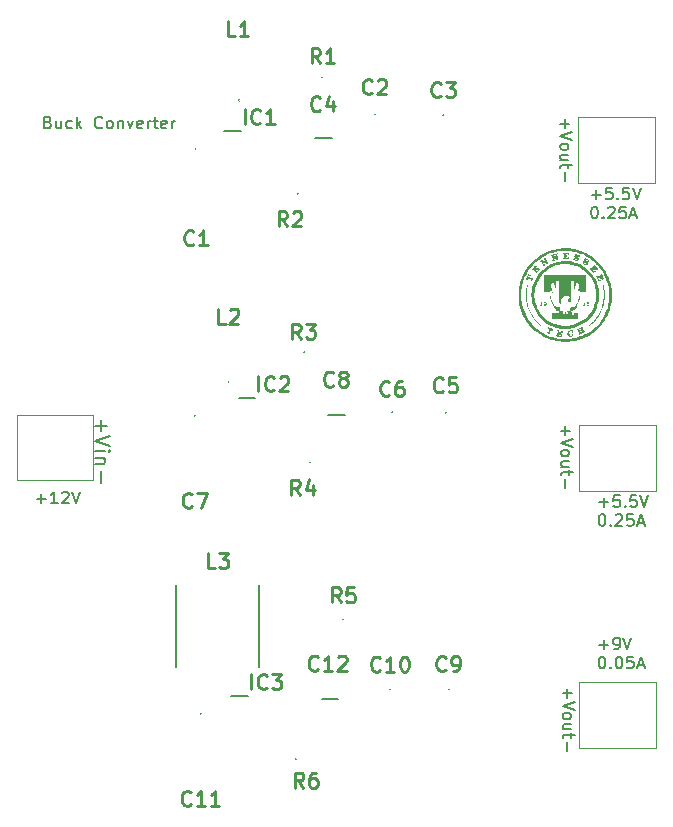
<source format=gbr>
%TF.GenerationSoftware,KiCad,Pcbnew,7.0.8*%
%TF.CreationDate,2023-12-07T00:58:29-06:00*%
%TF.ProjectId,Capst_Power_Controller,43617073-745f-4506-9f77-65725f436f6e,rev?*%
%TF.SameCoordinates,Original*%
%TF.FileFunction,Legend,Top*%
%TF.FilePolarity,Positive*%
%FSLAX46Y46*%
G04 Gerber Fmt 4.6, Leading zero omitted, Abs format (unit mm)*
G04 Created by KiCad (PCBNEW 7.0.8) date 2023-12-07 00:58:29*
%MOMM*%
%LPD*%
G01*
G04 APERTURE LIST*
%ADD10C,0.150000*%
%ADD11C,0.200000*%
%ADD12C,0.254000*%
%ADD13C,0.100000*%
%ADD14C,0.050000*%
G04 APERTURE END LIST*
D10*
X150196779Y-74078866D02*
X150958684Y-74078866D01*
X150577731Y-74459819D02*
X150577731Y-73697914D01*
X151911064Y-73459819D02*
X151434874Y-73459819D01*
X151434874Y-73459819D02*
X151387255Y-73936009D01*
X151387255Y-73936009D02*
X151434874Y-73888390D01*
X151434874Y-73888390D02*
X151530112Y-73840771D01*
X151530112Y-73840771D02*
X151768207Y-73840771D01*
X151768207Y-73840771D02*
X151863445Y-73888390D01*
X151863445Y-73888390D02*
X151911064Y-73936009D01*
X151911064Y-73936009D02*
X151958683Y-74031247D01*
X151958683Y-74031247D02*
X151958683Y-74269342D01*
X151958683Y-74269342D02*
X151911064Y-74364580D01*
X151911064Y-74364580D02*
X151863445Y-74412200D01*
X151863445Y-74412200D02*
X151768207Y-74459819D01*
X151768207Y-74459819D02*
X151530112Y-74459819D01*
X151530112Y-74459819D02*
X151434874Y-74412200D01*
X151434874Y-74412200D02*
X151387255Y-74364580D01*
X152387255Y-74364580D02*
X152434874Y-74412200D01*
X152434874Y-74412200D02*
X152387255Y-74459819D01*
X152387255Y-74459819D02*
X152339636Y-74412200D01*
X152339636Y-74412200D02*
X152387255Y-74364580D01*
X152387255Y-74364580D02*
X152387255Y-74459819D01*
X153339635Y-73459819D02*
X152863445Y-73459819D01*
X152863445Y-73459819D02*
X152815826Y-73936009D01*
X152815826Y-73936009D02*
X152863445Y-73888390D01*
X152863445Y-73888390D02*
X152958683Y-73840771D01*
X152958683Y-73840771D02*
X153196778Y-73840771D01*
X153196778Y-73840771D02*
X153292016Y-73888390D01*
X153292016Y-73888390D02*
X153339635Y-73936009D01*
X153339635Y-73936009D02*
X153387254Y-74031247D01*
X153387254Y-74031247D02*
X153387254Y-74269342D01*
X153387254Y-74269342D02*
X153339635Y-74364580D01*
X153339635Y-74364580D02*
X153292016Y-74412200D01*
X153292016Y-74412200D02*
X153196778Y-74459819D01*
X153196778Y-74459819D02*
X152958683Y-74459819D01*
X152958683Y-74459819D02*
X152863445Y-74412200D01*
X152863445Y-74412200D02*
X152815826Y-74364580D01*
X153672969Y-73459819D02*
X154006302Y-74459819D01*
X154006302Y-74459819D02*
X154339635Y-73459819D01*
X150387255Y-75069819D02*
X150482493Y-75069819D01*
X150482493Y-75069819D02*
X150577731Y-75117438D01*
X150577731Y-75117438D02*
X150625350Y-75165057D01*
X150625350Y-75165057D02*
X150672969Y-75260295D01*
X150672969Y-75260295D02*
X150720588Y-75450771D01*
X150720588Y-75450771D02*
X150720588Y-75688866D01*
X150720588Y-75688866D02*
X150672969Y-75879342D01*
X150672969Y-75879342D02*
X150625350Y-75974580D01*
X150625350Y-75974580D02*
X150577731Y-76022200D01*
X150577731Y-76022200D02*
X150482493Y-76069819D01*
X150482493Y-76069819D02*
X150387255Y-76069819D01*
X150387255Y-76069819D02*
X150292017Y-76022200D01*
X150292017Y-76022200D02*
X150244398Y-75974580D01*
X150244398Y-75974580D02*
X150196779Y-75879342D01*
X150196779Y-75879342D02*
X150149160Y-75688866D01*
X150149160Y-75688866D02*
X150149160Y-75450771D01*
X150149160Y-75450771D02*
X150196779Y-75260295D01*
X150196779Y-75260295D02*
X150244398Y-75165057D01*
X150244398Y-75165057D02*
X150292017Y-75117438D01*
X150292017Y-75117438D02*
X150387255Y-75069819D01*
X151149160Y-75974580D02*
X151196779Y-76022200D01*
X151196779Y-76022200D02*
X151149160Y-76069819D01*
X151149160Y-76069819D02*
X151101541Y-76022200D01*
X151101541Y-76022200D02*
X151149160Y-75974580D01*
X151149160Y-75974580D02*
X151149160Y-76069819D01*
X151577731Y-75165057D02*
X151625350Y-75117438D01*
X151625350Y-75117438D02*
X151720588Y-75069819D01*
X151720588Y-75069819D02*
X151958683Y-75069819D01*
X151958683Y-75069819D02*
X152053921Y-75117438D01*
X152053921Y-75117438D02*
X152101540Y-75165057D01*
X152101540Y-75165057D02*
X152149159Y-75260295D01*
X152149159Y-75260295D02*
X152149159Y-75355533D01*
X152149159Y-75355533D02*
X152101540Y-75498390D01*
X152101540Y-75498390D02*
X151530112Y-76069819D01*
X151530112Y-76069819D02*
X152149159Y-76069819D01*
X153053921Y-75069819D02*
X152577731Y-75069819D01*
X152577731Y-75069819D02*
X152530112Y-75546009D01*
X152530112Y-75546009D02*
X152577731Y-75498390D01*
X152577731Y-75498390D02*
X152672969Y-75450771D01*
X152672969Y-75450771D02*
X152911064Y-75450771D01*
X152911064Y-75450771D02*
X153006302Y-75498390D01*
X153006302Y-75498390D02*
X153053921Y-75546009D01*
X153053921Y-75546009D02*
X153101540Y-75641247D01*
X153101540Y-75641247D02*
X153101540Y-75879342D01*
X153101540Y-75879342D02*
X153053921Y-75974580D01*
X153053921Y-75974580D02*
X153006302Y-76022200D01*
X153006302Y-76022200D02*
X152911064Y-76069819D01*
X152911064Y-76069819D02*
X152672969Y-76069819D01*
X152672969Y-76069819D02*
X152577731Y-76022200D01*
X152577731Y-76022200D02*
X152530112Y-75974580D01*
X153482493Y-75784104D02*
X153958683Y-75784104D01*
X153387255Y-76069819D02*
X153720588Y-75069819D01*
X153720588Y-75069819D02*
X154053921Y-76069819D01*
X150831779Y-112178866D02*
X151593684Y-112178866D01*
X151212731Y-112559819D02*
X151212731Y-111797914D01*
X152117493Y-112559819D02*
X152307969Y-112559819D01*
X152307969Y-112559819D02*
X152403207Y-112512200D01*
X152403207Y-112512200D02*
X152450826Y-112464580D01*
X152450826Y-112464580D02*
X152546064Y-112321723D01*
X152546064Y-112321723D02*
X152593683Y-112131247D01*
X152593683Y-112131247D02*
X152593683Y-111750295D01*
X152593683Y-111750295D02*
X152546064Y-111655057D01*
X152546064Y-111655057D02*
X152498445Y-111607438D01*
X152498445Y-111607438D02*
X152403207Y-111559819D01*
X152403207Y-111559819D02*
X152212731Y-111559819D01*
X152212731Y-111559819D02*
X152117493Y-111607438D01*
X152117493Y-111607438D02*
X152069874Y-111655057D01*
X152069874Y-111655057D02*
X152022255Y-111750295D01*
X152022255Y-111750295D02*
X152022255Y-111988390D01*
X152022255Y-111988390D02*
X152069874Y-112083628D01*
X152069874Y-112083628D02*
X152117493Y-112131247D01*
X152117493Y-112131247D02*
X152212731Y-112178866D01*
X152212731Y-112178866D02*
X152403207Y-112178866D01*
X152403207Y-112178866D02*
X152498445Y-112131247D01*
X152498445Y-112131247D02*
X152546064Y-112083628D01*
X152546064Y-112083628D02*
X152593683Y-111988390D01*
X152879398Y-111559819D02*
X153212731Y-112559819D01*
X153212731Y-112559819D02*
X153546064Y-111559819D01*
X151022255Y-113169819D02*
X151117493Y-113169819D01*
X151117493Y-113169819D02*
X151212731Y-113217438D01*
X151212731Y-113217438D02*
X151260350Y-113265057D01*
X151260350Y-113265057D02*
X151307969Y-113360295D01*
X151307969Y-113360295D02*
X151355588Y-113550771D01*
X151355588Y-113550771D02*
X151355588Y-113788866D01*
X151355588Y-113788866D02*
X151307969Y-113979342D01*
X151307969Y-113979342D02*
X151260350Y-114074580D01*
X151260350Y-114074580D02*
X151212731Y-114122200D01*
X151212731Y-114122200D02*
X151117493Y-114169819D01*
X151117493Y-114169819D02*
X151022255Y-114169819D01*
X151022255Y-114169819D02*
X150927017Y-114122200D01*
X150927017Y-114122200D02*
X150879398Y-114074580D01*
X150879398Y-114074580D02*
X150831779Y-113979342D01*
X150831779Y-113979342D02*
X150784160Y-113788866D01*
X150784160Y-113788866D02*
X150784160Y-113550771D01*
X150784160Y-113550771D02*
X150831779Y-113360295D01*
X150831779Y-113360295D02*
X150879398Y-113265057D01*
X150879398Y-113265057D02*
X150927017Y-113217438D01*
X150927017Y-113217438D02*
X151022255Y-113169819D01*
X151784160Y-114074580D02*
X151831779Y-114122200D01*
X151831779Y-114122200D02*
X151784160Y-114169819D01*
X151784160Y-114169819D02*
X151736541Y-114122200D01*
X151736541Y-114122200D02*
X151784160Y-114074580D01*
X151784160Y-114074580D02*
X151784160Y-114169819D01*
X152450826Y-113169819D02*
X152546064Y-113169819D01*
X152546064Y-113169819D02*
X152641302Y-113217438D01*
X152641302Y-113217438D02*
X152688921Y-113265057D01*
X152688921Y-113265057D02*
X152736540Y-113360295D01*
X152736540Y-113360295D02*
X152784159Y-113550771D01*
X152784159Y-113550771D02*
X152784159Y-113788866D01*
X152784159Y-113788866D02*
X152736540Y-113979342D01*
X152736540Y-113979342D02*
X152688921Y-114074580D01*
X152688921Y-114074580D02*
X152641302Y-114122200D01*
X152641302Y-114122200D02*
X152546064Y-114169819D01*
X152546064Y-114169819D02*
X152450826Y-114169819D01*
X152450826Y-114169819D02*
X152355588Y-114122200D01*
X152355588Y-114122200D02*
X152307969Y-114074580D01*
X152307969Y-114074580D02*
X152260350Y-113979342D01*
X152260350Y-113979342D02*
X152212731Y-113788866D01*
X152212731Y-113788866D02*
X152212731Y-113550771D01*
X152212731Y-113550771D02*
X152260350Y-113360295D01*
X152260350Y-113360295D02*
X152307969Y-113265057D01*
X152307969Y-113265057D02*
X152355588Y-113217438D01*
X152355588Y-113217438D02*
X152450826Y-113169819D01*
X153688921Y-113169819D02*
X153212731Y-113169819D01*
X153212731Y-113169819D02*
X153165112Y-113646009D01*
X153165112Y-113646009D02*
X153212731Y-113598390D01*
X153212731Y-113598390D02*
X153307969Y-113550771D01*
X153307969Y-113550771D02*
X153546064Y-113550771D01*
X153546064Y-113550771D02*
X153641302Y-113598390D01*
X153641302Y-113598390D02*
X153688921Y-113646009D01*
X153688921Y-113646009D02*
X153736540Y-113741247D01*
X153736540Y-113741247D02*
X153736540Y-113979342D01*
X153736540Y-113979342D02*
X153688921Y-114074580D01*
X153688921Y-114074580D02*
X153641302Y-114122200D01*
X153641302Y-114122200D02*
X153546064Y-114169819D01*
X153546064Y-114169819D02*
X153307969Y-114169819D01*
X153307969Y-114169819D02*
X153212731Y-114122200D01*
X153212731Y-114122200D02*
X153165112Y-114074580D01*
X154117493Y-113884104D02*
X154593683Y-113884104D01*
X154022255Y-114169819D02*
X154355588Y-113169819D01*
X154355588Y-113169819D02*
X154688921Y-114169819D01*
X147911133Y-67676779D02*
X147911133Y-68438684D01*
X147530180Y-68057731D02*
X148292085Y-68057731D01*
X148530180Y-68772017D02*
X147530180Y-69105350D01*
X147530180Y-69105350D02*
X148530180Y-69438683D01*
X147530180Y-69914874D02*
X147577800Y-69819636D01*
X147577800Y-69819636D02*
X147625419Y-69772017D01*
X147625419Y-69772017D02*
X147720657Y-69724398D01*
X147720657Y-69724398D02*
X148006371Y-69724398D01*
X148006371Y-69724398D02*
X148101609Y-69772017D01*
X148101609Y-69772017D02*
X148149228Y-69819636D01*
X148149228Y-69819636D02*
X148196847Y-69914874D01*
X148196847Y-69914874D02*
X148196847Y-70057731D01*
X148196847Y-70057731D02*
X148149228Y-70152969D01*
X148149228Y-70152969D02*
X148101609Y-70200588D01*
X148101609Y-70200588D02*
X148006371Y-70248207D01*
X148006371Y-70248207D02*
X147720657Y-70248207D01*
X147720657Y-70248207D02*
X147625419Y-70200588D01*
X147625419Y-70200588D02*
X147577800Y-70152969D01*
X147577800Y-70152969D02*
X147530180Y-70057731D01*
X147530180Y-70057731D02*
X147530180Y-69914874D01*
X148196847Y-71105350D02*
X147530180Y-71105350D01*
X148196847Y-70676779D02*
X147673038Y-70676779D01*
X147673038Y-70676779D02*
X147577800Y-70724398D01*
X147577800Y-70724398D02*
X147530180Y-70819636D01*
X147530180Y-70819636D02*
X147530180Y-70962493D01*
X147530180Y-70962493D02*
X147577800Y-71057731D01*
X147577800Y-71057731D02*
X147625419Y-71105350D01*
X148196847Y-71438684D02*
X148196847Y-71819636D01*
X148530180Y-71581541D02*
X147673038Y-71581541D01*
X147673038Y-71581541D02*
X147577800Y-71629160D01*
X147577800Y-71629160D02*
X147530180Y-71724398D01*
X147530180Y-71724398D02*
X147530180Y-71819636D01*
X147911133Y-72152970D02*
X147911133Y-72914875D01*
X148131133Y-115886779D02*
X148131133Y-116648684D01*
X147750180Y-116267731D02*
X148512085Y-116267731D01*
X148750180Y-116982017D02*
X147750180Y-117315350D01*
X147750180Y-117315350D02*
X148750180Y-117648683D01*
X147750180Y-118124874D02*
X147797800Y-118029636D01*
X147797800Y-118029636D02*
X147845419Y-117982017D01*
X147845419Y-117982017D02*
X147940657Y-117934398D01*
X147940657Y-117934398D02*
X148226371Y-117934398D01*
X148226371Y-117934398D02*
X148321609Y-117982017D01*
X148321609Y-117982017D02*
X148369228Y-118029636D01*
X148369228Y-118029636D02*
X148416847Y-118124874D01*
X148416847Y-118124874D02*
X148416847Y-118267731D01*
X148416847Y-118267731D02*
X148369228Y-118362969D01*
X148369228Y-118362969D02*
X148321609Y-118410588D01*
X148321609Y-118410588D02*
X148226371Y-118458207D01*
X148226371Y-118458207D02*
X147940657Y-118458207D01*
X147940657Y-118458207D02*
X147845419Y-118410588D01*
X147845419Y-118410588D02*
X147797800Y-118362969D01*
X147797800Y-118362969D02*
X147750180Y-118267731D01*
X147750180Y-118267731D02*
X147750180Y-118124874D01*
X148416847Y-119315350D02*
X147750180Y-119315350D01*
X148416847Y-118886779D02*
X147893038Y-118886779D01*
X147893038Y-118886779D02*
X147797800Y-118934398D01*
X147797800Y-118934398D02*
X147750180Y-119029636D01*
X147750180Y-119029636D02*
X147750180Y-119172493D01*
X147750180Y-119172493D02*
X147797800Y-119267731D01*
X147797800Y-119267731D02*
X147845419Y-119315350D01*
X148416847Y-119648684D02*
X148416847Y-120029636D01*
X148750180Y-119791541D02*
X147893038Y-119791541D01*
X147893038Y-119791541D02*
X147797800Y-119839160D01*
X147797800Y-119839160D02*
X147750180Y-119934398D01*
X147750180Y-119934398D02*
X147750180Y-120029636D01*
X148131133Y-120362970D02*
X148131133Y-121124875D01*
D11*
X108639166Y-93137797D02*
X108639166Y-94090178D01*
X108162976Y-93613987D02*
X109115357Y-93613987D01*
X109412976Y-94506844D02*
X108162976Y-94923511D01*
X108162976Y-94923511D02*
X109412976Y-95340177D01*
X108162976Y-95756845D02*
X108996309Y-95756845D01*
X109412976Y-95756845D02*
X109353452Y-95697321D01*
X109353452Y-95697321D02*
X109293928Y-95756845D01*
X109293928Y-95756845D02*
X109353452Y-95816368D01*
X109353452Y-95816368D02*
X109412976Y-95756845D01*
X109412976Y-95756845D02*
X109293928Y-95756845D01*
X108996309Y-96352083D02*
X108162976Y-96352083D01*
X108877261Y-96352083D02*
X108936785Y-96411606D01*
X108936785Y-96411606D02*
X108996309Y-96530654D01*
X108996309Y-96530654D02*
X108996309Y-96709225D01*
X108996309Y-96709225D02*
X108936785Y-96828273D01*
X108936785Y-96828273D02*
X108817738Y-96887797D01*
X108817738Y-96887797D02*
X108162976Y-96887797D01*
X108639166Y-97483035D02*
X108639166Y-98435416D01*
D10*
X103206779Y-99818866D02*
X103968684Y-99818866D01*
X103587731Y-100199819D02*
X103587731Y-99437914D01*
X104968683Y-100199819D02*
X104397255Y-100199819D01*
X104682969Y-100199819D02*
X104682969Y-99199819D01*
X104682969Y-99199819D02*
X104587731Y-99342676D01*
X104587731Y-99342676D02*
X104492493Y-99437914D01*
X104492493Y-99437914D02*
X104397255Y-99485533D01*
X105349636Y-99295057D02*
X105397255Y-99247438D01*
X105397255Y-99247438D02*
X105492493Y-99199819D01*
X105492493Y-99199819D02*
X105730588Y-99199819D01*
X105730588Y-99199819D02*
X105825826Y-99247438D01*
X105825826Y-99247438D02*
X105873445Y-99295057D01*
X105873445Y-99295057D02*
X105921064Y-99390295D01*
X105921064Y-99390295D02*
X105921064Y-99485533D01*
X105921064Y-99485533D02*
X105873445Y-99628390D01*
X105873445Y-99628390D02*
X105302017Y-100199819D01*
X105302017Y-100199819D02*
X105921064Y-100199819D01*
X106206779Y-99199819D02*
X106540112Y-100199819D01*
X106540112Y-100199819D02*
X106873445Y-99199819D01*
X147971133Y-93646779D02*
X147971133Y-94408684D01*
X147590180Y-94027731D02*
X148352085Y-94027731D01*
X148590180Y-94742017D02*
X147590180Y-95075350D01*
X147590180Y-95075350D02*
X148590180Y-95408683D01*
X147590180Y-95884874D02*
X147637800Y-95789636D01*
X147637800Y-95789636D02*
X147685419Y-95742017D01*
X147685419Y-95742017D02*
X147780657Y-95694398D01*
X147780657Y-95694398D02*
X148066371Y-95694398D01*
X148066371Y-95694398D02*
X148161609Y-95742017D01*
X148161609Y-95742017D02*
X148209228Y-95789636D01*
X148209228Y-95789636D02*
X148256847Y-95884874D01*
X148256847Y-95884874D02*
X148256847Y-96027731D01*
X148256847Y-96027731D02*
X148209228Y-96122969D01*
X148209228Y-96122969D02*
X148161609Y-96170588D01*
X148161609Y-96170588D02*
X148066371Y-96218207D01*
X148066371Y-96218207D02*
X147780657Y-96218207D01*
X147780657Y-96218207D02*
X147685419Y-96170588D01*
X147685419Y-96170588D02*
X147637800Y-96122969D01*
X147637800Y-96122969D02*
X147590180Y-96027731D01*
X147590180Y-96027731D02*
X147590180Y-95884874D01*
X148256847Y-97075350D02*
X147590180Y-97075350D01*
X148256847Y-96646779D02*
X147733038Y-96646779D01*
X147733038Y-96646779D02*
X147637800Y-96694398D01*
X147637800Y-96694398D02*
X147590180Y-96789636D01*
X147590180Y-96789636D02*
X147590180Y-96932493D01*
X147590180Y-96932493D02*
X147637800Y-97027731D01*
X147637800Y-97027731D02*
X147685419Y-97075350D01*
X148256847Y-97408684D02*
X148256847Y-97789636D01*
X148590180Y-97551541D02*
X147733038Y-97551541D01*
X147733038Y-97551541D02*
X147637800Y-97599160D01*
X147637800Y-97599160D02*
X147590180Y-97694398D01*
X147590180Y-97694398D02*
X147590180Y-97789636D01*
X147971133Y-98122970D02*
X147971133Y-98884875D01*
X150831779Y-100113866D02*
X151593684Y-100113866D01*
X151212731Y-100494819D02*
X151212731Y-99732914D01*
X152546064Y-99494819D02*
X152069874Y-99494819D01*
X152069874Y-99494819D02*
X152022255Y-99971009D01*
X152022255Y-99971009D02*
X152069874Y-99923390D01*
X152069874Y-99923390D02*
X152165112Y-99875771D01*
X152165112Y-99875771D02*
X152403207Y-99875771D01*
X152403207Y-99875771D02*
X152498445Y-99923390D01*
X152498445Y-99923390D02*
X152546064Y-99971009D01*
X152546064Y-99971009D02*
X152593683Y-100066247D01*
X152593683Y-100066247D02*
X152593683Y-100304342D01*
X152593683Y-100304342D02*
X152546064Y-100399580D01*
X152546064Y-100399580D02*
X152498445Y-100447200D01*
X152498445Y-100447200D02*
X152403207Y-100494819D01*
X152403207Y-100494819D02*
X152165112Y-100494819D01*
X152165112Y-100494819D02*
X152069874Y-100447200D01*
X152069874Y-100447200D02*
X152022255Y-100399580D01*
X153022255Y-100399580D02*
X153069874Y-100447200D01*
X153069874Y-100447200D02*
X153022255Y-100494819D01*
X153022255Y-100494819D02*
X152974636Y-100447200D01*
X152974636Y-100447200D02*
X153022255Y-100399580D01*
X153022255Y-100399580D02*
X153022255Y-100494819D01*
X153974635Y-99494819D02*
X153498445Y-99494819D01*
X153498445Y-99494819D02*
X153450826Y-99971009D01*
X153450826Y-99971009D02*
X153498445Y-99923390D01*
X153498445Y-99923390D02*
X153593683Y-99875771D01*
X153593683Y-99875771D02*
X153831778Y-99875771D01*
X153831778Y-99875771D02*
X153927016Y-99923390D01*
X153927016Y-99923390D02*
X153974635Y-99971009D01*
X153974635Y-99971009D02*
X154022254Y-100066247D01*
X154022254Y-100066247D02*
X154022254Y-100304342D01*
X154022254Y-100304342D02*
X153974635Y-100399580D01*
X153974635Y-100399580D02*
X153927016Y-100447200D01*
X153927016Y-100447200D02*
X153831778Y-100494819D01*
X153831778Y-100494819D02*
X153593683Y-100494819D01*
X153593683Y-100494819D02*
X153498445Y-100447200D01*
X153498445Y-100447200D02*
X153450826Y-100399580D01*
X154307969Y-99494819D02*
X154641302Y-100494819D01*
X154641302Y-100494819D02*
X154974635Y-99494819D01*
X151022255Y-101104819D02*
X151117493Y-101104819D01*
X151117493Y-101104819D02*
X151212731Y-101152438D01*
X151212731Y-101152438D02*
X151260350Y-101200057D01*
X151260350Y-101200057D02*
X151307969Y-101295295D01*
X151307969Y-101295295D02*
X151355588Y-101485771D01*
X151355588Y-101485771D02*
X151355588Y-101723866D01*
X151355588Y-101723866D02*
X151307969Y-101914342D01*
X151307969Y-101914342D02*
X151260350Y-102009580D01*
X151260350Y-102009580D02*
X151212731Y-102057200D01*
X151212731Y-102057200D02*
X151117493Y-102104819D01*
X151117493Y-102104819D02*
X151022255Y-102104819D01*
X151022255Y-102104819D02*
X150927017Y-102057200D01*
X150927017Y-102057200D02*
X150879398Y-102009580D01*
X150879398Y-102009580D02*
X150831779Y-101914342D01*
X150831779Y-101914342D02*
X150784160Y-101723866D01*
X150784160Y-101723866D02*
X150784160Y-101485771D01*
X150784160Y-101485771D02*
X150831779Y-101295295D01*
X150831779Y-101295295D02*
X150879398Y-101200057D01*
X150879398Y-101200057D02*
X150927017Y-101152438D01*
X150927017Y-101152438D02*
X151022255Y-101104819D01*
X151784160Y-102009580D02*
X151831779Y-102057200D01*
X151831779Y-102057200D02*
X151784160Y-102104819D01*
X151784160Y-102104819D02*
X151736541Y-102057200D01*
X151736541Y-102057200D02*
X151784160Y-102009580D01*
X151784160Y-102009580D02*
X151784160Y-102104819D01*
X152212731Y-101200057D02*
X152260350Y-101152438D01*
X152260350Y-101152438D02*
X152355588Y-101104819D01*
X152355588Y-101104819D02*
X152593683Y-101104819D01*
X152593683Y-101104819D02*
X152688921Y-101152438D01*
X152688921Y-101152438D02*
X152736540Y-101200057D01*
X152736540Y-101200057D02*
X152784159Y-101295295D01*
X152784159Y-101295295D02*
X152784159Y-101390533D01*
X152784159Y-101390533D02*
X152736540Y-101533390D01*
X152736540Y-101533390D02*
X152165112Y-102104819D01*
X152165112Y-102104819D02*
X152784159Y-102104819D01*
X153688921Y-101104819D02*
X153212731Y-101104819D01*
X153212731Y-101104819D02*
X153165112Y-101581009D01*
X153165112Y-101581009D02*
X153212731Y-101533390D01*
X153212731Y-101533390D02*
X153307969Y-101485771D01*
X153307969Y-101485771D02*
X153546064Y-101485771D01*
X153546064Y-101485771D02*
X153641302Y-101533390D01*
X153641302Y-101533390D02*
X153688921Y-101581009D01*
X153688921Y-101581009D02*
X153736540Y-101676247D01*
X153736540Y-101676247D02*
X153736540Y-101914342D01*
X153736540Y-101914342D02*
X153688921Y-102009580D01*
X153688921Y-102009580D02*
X153641302Y-102057200D01*
X153641302Y-102057200D02*
X153546064Y-102104819D01*
X153546064Y-102104819D02*
X153307969Y-102104819D01*
X153307969Y-102104819D02*
X153212731Y-102057200D01*
X153212731Y-102057200D02*
X153165112Y-102009580D01*
X154117493Y-101819104D02*
X154593683Y-101819104D01*
X154022255Y-102104819D02*
X154355588Y-101104819D01*
X154355588Y-101104819D02*
X154688921Y-102104819D01*
X104175112Y-67926009D02*
X104317969Y-67973628D01*
X104317969Y-67973628D02*
X104365588Y-68021247D01*
X104365588Y-68021247D02*
X104413207Y-68116485D01*
X104413207Y-68116485D02*
X104413207Y-68259342D01*
X104413207Y-68259342D02*
X104365588Y-68354580D01*
X104365588Y-68354580D02*
X104317969Y-68402200D01*
X104317969Y-68402200D02*
X104222731Y-68449819D01*
X104222731Y-68449819D02*
X103841779Y-68449819D01*
X103841779Y-68449819D02*
X103841779Y-67449819D01*
X103841779Y-67449819D02*
X104175112Y-67449819D01*
X104175112Y-67449819D02*
X104270350Y-67497438D01*
X104270350Y-67497438D02*
X104317969Y-67545057D01*
X104317969Y-67545057D02*
X104365588Y-67640295D01*
X104365588Y-67640295D02*
X104365588Y-67735533D01*
X104365588Y-67735533D02*
X104317969Y-67830771D01*
X104317969Y-67830771D02*
X104270350Y-67878390D01*
X104270350Y-67878390D02*
X104175112Y-67926009D01*
X104175112Y-67926009D02*
X103841779Y-67926009D01*
X105270350Y-67783152D02*
X105270350Y-68449819D01*
X104841779Y-67783152D02*
X104841779Y-68306961D01*
X104841779Y-68306961D02*
X104889398Y-68402200D01*
X104889398Y-68402200D02*
X104984636Y-68449819D01*
X104984636Y-68449819D02*
X105127493Y-68449819D01*
X105127493Y-68449819D02*
X105222731Y-68402200D01*
X105222731Y-68402200D02*
X105270350Y-68354580D01*
X106175112Y-68402200D02*
X106079874Y-68449819D01*
X106079874Y-68449819D02*
X105889398Y-68449819D01*
X105889398Y-68449819D02*
X105794160Y-68402200D01*
X105794160Y-68402200D02*
X105746541Y-68354580D01*
X105746541Y-68354580D02*
X105698922Y-68259342D01*
X105698922Y-68259342D02*
X105698922Y-67973628D01*
X105698922Y-67973628D02*
X105746541Y-67878390D01*
X105746541Y-67878390D02*
X105794160Y-67830771D01*
X105794160Y-67830771D02*
X105889398Y-67783152D01*
X105889398Y-67783152D02*
X106079874Y-67783152D01*
X106079874Y-67783152D02*
X106175112Y-67830771D01*
X106603684Y-68449819D02*
X106603684Y-67449819D01*
X106698922Y-68068866D02*
X106984636Y-68449819D01*
X106984636Y-67783152D02*
X106603684Y-68164104D01*
X108746541Y-68354580D02*
X108698922Y-68402200D01*
X108698922Y-68402200D02*
X108556065Y-68449819D01*
X108556065Y-68449819D02*
X108460827Y-68449819D01*
X108460827Y-68449819D02*
X108317970Y-68402200D01*
X108317970Y-68402200D02*
X108222732Y-68306961D01*
X108222732Y-68306961D02*
X108175113Y-68211723D01*
X108175113Y-68211723D02*
X108127494Y-68021247D01*
X108127494Y-68021247D02*
X108127494Y-67878390D01*
X108127494Y-67878390D02*
X108175113Y-67687914D01*
X108175113Y-67687914D02*
X108222732Y-67592676D01*
X108222732Y-67592676D02*
X108317970Y-67497438D01*
X108317970Y-67497438D02*
X108460827Y-67449819D01*
X108460827Y-67449819D02*
X108556065Y-67449819D01*
X108556065Y-67449819D02*
X108698922Y-67497438D01*
X108698922Y-67497438D02*
X108746541Y-67545057D01*
X109317970Y-68449819D02*
X109222732Y-68402200D01*
X109222732Y-68402200D02*
X109175113Y-68354580D01*
X109175113Y-68354580D02*
X109127494Y-68259342D01*
X109127494Y-68259342D02*
X109127494Y-67973628D01*
X109127494Y-67973628D02*
X109175113Y-67878390D01*
X109175113Y-67878390D02*
X109222732Y-67830771D01*
X109222732Y-67830771D02*
X109317970Y-67783152D01*
X109317970Y-67783152D02*
X109460827Y-67783152D01*
X109460827Y-67783152D02*
X109556065Y-67830771D01*
X109556065Y-67830771D02*
X109603684Y-67878390D01*
X109603684Y-67878390D02*
X109651303Y-67973628D01*
X109651303Y-67973628D02*
X109651303Y-68259342D01*
X109651303Y-68259342D02*
X109603684Y-68354580D01*
X109603684Y-68354580D02*
X109556065Y-68402200D01*
X109556065Y-68402200D02*
X109460827Y-68449819D01*
X109460827Y-68449819D02*
X109317970Y-68449819D01*
X110079875Y-67783152D02*
X110079875Y-68449819D01*
X110079875Y-67878390D02*
X110127494Y-67830771D01*
X110127494Y-67830771D02*
X110222732Y-67783152D01*
X110222732Y-67783152D02*
X110365589Y-67783152D01*
X110365589Y-67783152D02*
X110460827Y-67830771D01*
X110460827Y-67830771D02*
X110508446Y-67926009D01*
X110508446Y-67926009D02*
X110508446Y-68449819D01*
X110889399Y-67783152D02*
X111127494Y-68449819D01*
X111127494Y-68449819D02*
X111365589Y-67783152D01*
X112127494Y-68402200D02*
X112032256Y-68449819D01*
X112032256Y-68449819D02*
X111841780Y-68449819D01*
X111841780Y-68449819D02*
X111746542Y-68402200D01*
X111746542Y-68402200D02*
X111698923Y-68306961D01*
X111698923Y-68306961D02*
X111698923Y-67926009D01*
X111698923Y-67926009D02*
X111746542Y-67830771D01*
X111746542Y-67830771D02*
X111841780Y-67783152D01*
X111841780Y-67783152D02*
X112032256Y-67783152D01*
X112032256Y-67783152D02*
X112127494Y-67830771D01*
X112127494Y-67830771D02*
X112175113Y-67926009D01*
X112175113Y-67926009D02*
X112175113Y-68021247D01*
X112175113Y-68021247D02*
X111698923Y-68116485D01*
X112603685Y-68449819D02*
X112603685Y-67783152D01*
X112603685Y-67973628D02*
X112651304Y-67878390D01*
X112651304Y-67878390D02*
X112698923Y-67830771D01*
X112698923Y-67830771D02*
X112794161Y-67783152D01*
X112794161Y-67783152D02*
X112889399Y-67783152D01*
X113079876Y-67783152D02*
X113460828Y-67783152D01*
X113222733Y-67449819D02*
X113222733Y-68306961D01*
X113222733Y-68306961D02*
X113270352Y-68402200D01*
X113270352Y-68402200D02*
X113365590Y-68449819D01*
X113365590Y-68449819D02*
X113460828Y-68449819D01*
X114175114Y-68402200D02*
X114079876Y-68449819D01*
X114079876Y-68449819D02*
X113889400Y-68449819D01*
X113889400Y-68449819D02*
X113794162Y-68402200D01*
X113794162Y-68402200D02*
X113746543Y-68306961D01*
X113746543Y-68306961D02*
X113746543Y-67926009D01*
X113746543Y-67926009D02*
X113794162Y-67830771D01*
X113794162Y-67830771D02*
X113889400Y-67783152D01*
X113889400Y-67783152D02*
X114079876Y-67783152D01*
X114079876Y-67783152D02*
X114175114Y-67830771D01*
X114175114Y-67830771D02*
X114222733Y-67926009D01*
X114222733Y-67926009D02*
X114222733Y-68021247D01*
X114222733Y-68021247D02*
X113746543Y-68116485D01*
X114651305Y-68449819D02*
X114651305Y-67783152D01*
X114651305Y-67973628D02*
X114698924Y-67878390D01*
X114698924Y-67878390D02*
X114746543Y-67830771D01*
X114746543Y-67830771D02*
X114841781Y-67783152D01*
X114841781Y-67783152D02*
X114937019Y-67783152D01*
D12*
X116473933Y-78230165D02*
X116413457Y-78290642D01*
X116413457Y-78290642D02*
X116232028Y-78351118D01*
X116232028Y-78351118D02*
X116111076Y-78351118D01*
X116111076Y-78351118D02*
X115929647Y-78290642D01*
X115929647Y-78290642D02*
X115808695Y-78169689D01*
X115808695Y-78169689D02*
X115748218Y-78048737D01*
X115748218Y-78048737D02*
X115687742Y-77806832D01*
X115687742Y-77806832D02*
X115687742Y-77625403D01*
X115687742Y-77625403D02*
X115748218Y-77383499D01*
X115748218Y-77383499D02*
X115808695Y-77262546D01*
X115808695Y-77262546D02*
X115929647Y-77141594D01*
X115929647Y-77141594D02*
X116111076Y-77081118D01*
X116111076Y-77081118D02*
X116232028Y-77081118D01*
X116232028Y-77081118D02*
X116413457Y-77141594D01*
X116413457Y-77141594D02*
X116473933Y-77202070D01*
X117683457Y-78351118D02*
X116957742Y-78351118D01*
X117320599Y-78351118D02*
X117320599Y-77081118D01*
X117320599Y-77081118D02*
X117199647Y-77262546D01*
X117199647Y-77262546D02*
X117078695Y-77383499D01*
X117078695Y-77383499D02*
X116957742Y-77443975D01*
X116250171Y-125677365D02*
X116189695Y-125737842D01*
X116189695Y-125737842D02*
X116008266Y-125798318D01*
X116008266Y-125798318D02*
X115887314Y-125798318D01*
X115887314Y-125798318D02*
X115705885Y-125737842D01*
X115705885Y-125737842D02*
X115584933Y-125616889D01*
X115584933Y-125616889D02*
X115524456Y-125495937D01*
X115524456Y-125495937D02*
X115463980Y-125254032D01*
X115463980Y-125254032D02*
X115463980Y-125072603D01*
X115463980Y-125072603D02*
X115524456Y-124830699D01*
X115524456Y-124830699D02*
X115584933Y-124709746D01*
X115584933Y-124709746D02*
X115705885Y-124588794D01*
X115705885Y-124588794D02*
X115887314Y-124528318D01*
X115887314Y-124528318D02*
X116008266Y-124528318D01*
X116008266Y-124528318D02*
X116189695Y-124588794D01*
X116189695Y-124588794D02*
X116250171Y-124649270D01*
X117459695Y-125798318D02*
X116733980Y-125798318D01*
X117096837Y-125798318D02*
X117096837Y-124528318D01*
X117096837Y-124528318D02*
X116975885Y-124709746D01*
X116975885Y-124709746D02*
X116854933Y-124830699D01*
X116854933Y-124830699D02*
X116733980Y-124891175D01*
X118669219Y-125798318D02*
X117943504Y-125798318D01*
X118306361Y-125798318D02*
X118306361Y-124528318D01*
X118306361Y-124528318D02*
X118185409Y-124709746D01*
X118185409Y-124709746D02*
X118064457Y-124830699D01*
X118064457Y-124830699D02*
X117943504Y-124891175D01*
X121366237Y-115917718D02*
X121366237Y-114647718D01*
X122696714Y-115796765D02*
X122636238Y-115857242D01*
X122636238Y-115857242D02*
X122454809Y-115917718D01*
X122454809Y-115917718D02*
X122333857Y-115917718D01*
X122333857Y-115917718D02*
X122152428Y-115857242D01*
X122152428Y-115857242D02*
X122031476Y-115736289D01*
X122031476Y-115736289D02*
X121970999Y-115615337D01*
X121970999Y-115615337D02*
X121910523Y-115373432D01*
X121910523Y-115373432D02*
X121910523Y-115192003D01*
X121910523Y-115192003D02*
X121970999Y-114950099D01*
X121970999Y-114950099D02*
X122031476Y-114829146D01*
X122031476Y-114829146D02*
X122152428Y-114708194D01*
X122152428Y-114708194D02*
X122333857Y-114647718D01*
X122333857Y-114647718D02*
X122454809Y-114647718D01*
X122454809Y-114647718D02*
X122636238Y-114708194D01*
X122636238Y-114708194D02*
X122696714Y-114768670D01*
X123120047Y-114647718D02*
X123906238Y-114647718D01*
X123906238Y-114647718D02*
X123482904Y-115131527D01*
X123482904Y-115131527D02*
X123664333Y-115131527D01*
X123664333Y-115131527D02*
X123785285Y-115192003D01*
X123785285Y-115192003D02*
X123845761Y-115252480D01*
X123845761Y-115252480D02*
X123906238Y-115373432D01*
X123906238Y-115373432D02*
X123906238Y-115675813D01*
X123906238Y-115675813D02*
X123845761Y-115796765D01*
X123845761Y-115796765D02*
X123785285Y-115857242D01*
X123785285Y-115857242D02*
X123664333Y-115917718D01*
X123664333Y-115917718D02*
X123301476Y-115917718D01*
X123301476Y-115917718D02*
X123180523Y-115857242D01*
X123180523Y-115857242D02*
X123120047Y-115796765D01*
X119193733Y-84978518D02*
X118588971Y-84978518D01*
X118588971Y-84978518D02*
X118588971Y-83708518D01*
X119556590Y-83829470D02*
X119617066Y-83768994D01*
X119617066Y-83768994D02*
X119738019Y-83708518D01*
X119738019Y-83708518D02*
X120040400Y-83708518D01*
X120040400Y-83708518D02*
X120161352Y-83768994D01*
X120161352Y-83768994D02*
X120221828Y-83829470D01*
X120221828Y-83829470D02*
X120282305Y-83950422D01*
X120282305Y-83950422D02*
X120282305Y-84071375D01*
X120282305Y-84071375D02*
X120221828Y-84252803D01*
X120221828Y-84252803D02*
X119496114Y-84978518D01*
X119496114Y-84978518D02*
X120282305Y-84978518D01*
X127021771Y-114245365D02*
X126961295Y-114305842D01*
X126961295Y-114305842D02*
X126779866Y-114366318D01*
X126779866Y-114366318D02*
X126658914Y-114366318D01*
X126658914Y-114366318D02*
X126477485Y-114305842D01*
X126477485Y-114305842D02*
X126356533Y-114184889D01*
X126356533Y-114184889D02*
X126296056Y-114063937D01*
X126296056Y-114063937D02*
X126235580Y-113822032D01*
X126235580Y-113822032D02*
X126235580Y-113640603D01*
X126235580Y-113640603D02*
X126296056Y-113398699D01*
X126296056Y-113398699D02*
X126356533Y-113277746D01*
X126356533Y-113277746D02*
X126477485Y-113156794D01*
X126477485Y-113156794D02*
X126658914Y-113096318D01*
X126658914Y-113096318D02*
X126779866Y-113096318D01*
X126779866Y-113096318D02*
X126961295Y-113156794D01*
X126961295Y-113156794D02*
X127021771Y-113217270D01*
X128231295Y-114366318D02*
X127505580Y-114366318D01*
X127868437Y-114366318D02*
X127868437Y-113096318D01*
X127868437Y-113096318D02*
X127747485Y-113277746D01*
X127747485Y-113277746D02*
X127626533Y-113398699D01*
X127626533Y-113398699D02*
X127505580Y-113459175D01*
X128715104Y-113217270D02*
X128775580Y-113156794D01*
X128775580Y-113156794D02*
X128896533Y-113096318D01*
X128896533Y-113096318D02*
X129198914Y-113096318D01*
X129198914Y-113096318D02*
X129319866Y-113156794D01*
X129319866Y-113156794D02*
X129380342Y-113217270D01*
X129380342Y-113217270D02*
X129440819Y-113338222D01*
X129440819Y-113338222D02*
X129440819Y-113459175D01*
X129440819Y-113459175D02*
X129380342Y-113640603D01*
X129380342Y-113640603D02*
X128654628Y-114366318D01*
X128654628Y-114366318D02*
X129440819Y-114366318D01*
X121977837Y-90693518D02*
X121977837Y-89423518D01*
X123308314Y-90572565D02*
X123247838Y-90633042D01*
X123247838Y-90633042D02*
X123066409Y-90693518D01*
X123066409Y-90693518D02*
X122945457Y-90693518D01*
X122945457Y-90693518D02*
X122764028Y-90633042D01*
X122764028Y-90633042D02*
X122643076Y-90512089D01*
X122643076Y-90512089D02*
X122582599Y-90391137D01*
X122582599Y-90391137D02*
X122522123Y-90149232D01*
X122522123Y-90149232D02*
X122522123Y-89967803D01*
X122522123Y-89967803D02*
X122582599Y-89725899D01*
X122582599Y-89725899D02*
X122643076Y-89604946D01*
X122643076Y-89604946D02*
X122764028Y-89483994D01*
X122764028Y-89483994D02*
X122945457Y-89423518D01*
X122945457Y-89423518D02*
X123066409Y-89423518D01*
X123066409Y-89423518D02*
X123247838Y-89483994D01*
X123247838Y-89483994D02*
X123308314Y-89544470D01*
X123792123Y-89544470D02*
X123852599Y-89483994D01*
X123852599Y-89483994D02*
X123973552Y-89423518D01*
X123973552Y-89423518D02*
X124275933Y-89423518D01*
X124275933Y-89423518D02*
X124396885Y-89483994D01*
X124396885Y-89483994D02*
X124457361Y-89544470D01*
X124457361Y-89544470D02*
X124517838Y-89665422D01*
X124517838Y-89665422D02*
X124517838Y-89786375D01*
X124517838Y-89786375D02*
X124457361Y-89967803D01*
X124457361Y-89967803D02*
X123731647Y-90693518D01*
X123731647Y-90693518D02*
X124517838Y-90693518D01*
X131586933Y-65428565D02*
X131526457Y-65489042D01*
X131526457Y-65489042D02*
X131345028Y-65549518D01*
X131345028Y-65549518D02*
X131224076Y-65549518D01*
X131224076Y-65549518D02*
X131042647Y-65489042D01*
X131042647Y-65489042D02*
X130921695Y-65368089D01*
X130921695Y-65368089D02*
X130861218Y-65247137D01*
X130861218Y-65247137D02*
X130800742Y-65005232D01*
X130800742Y-65005232D02*
X130800742Y-64823803D01*
X130800742Y-64823803D02*
X130861218Y-64581899D01*
X130861218Y-64581899D02*
X130921695Y-64460946D01*
X130921695Y-64460946D02*
X131042647Y-64339994D01*
X131042647Y-64339994D02*
X131224076Y-64279518D01*
X131224076Y-64279518D02*
X131345028Y-64279518D01*
X131345028Y-64279518D02*
X131526457Y-64339994D01*
X131526457Y-64339994D02*
X131586933Y-64400470D01*
X132070742Y-64400470D02*
X132131218Y-64339994D01*
X132131218Y-64339994D02*
X132252171Y-64279518D01*
X132252171Y-64279518D02*
X132554552Y-64279518D01*
X132554552Y-64279518D02*
X132675504Y-64339994D01*
X132675504Y-64339994D02*
X132735980Y-64400470D01*
X132735980Y-64400470D02*
X132796457Y-64521422D01*
X132796457Y-64521422D02*
X132796457Y-64642375D01*
X132796457Y-64642375D02*
X132735980Y-64823803D01*
X132735980Y-64823803D02*
X132010266Y-65549518D01*
X132010266Y-65549518D02*
X132796457Y-65549518D01*
X125569133Y-86264318D02*
X125145799Y-85659556D01*
X124843418Y-86264318D02*
X124843418Y-84994318D01*
X124843418Y-84994318D02*
X125327228Y-84994318D01*
X125327228Y-84994318D02*
X125448180Y-85054794D01*
X125448180Y-85054794D02*
X125508657Y-85115270D01*
X125508657Y-85115270D02*
X125569133Y-85236222D01*
X125569133Y-85236222D02*
X125569133Y-85417651D01*
X125569133Y-85417651D02*
X125508657Y-85538603D01*
X125508657Y-85538603D02*
X125448180Y-85599080D01*
X125448180Y-85599080D02*
X125327228Y-85659556D01*
X125327228Y-85659556D02*
X124843418Y-85659556D01*
X125992466Y-84994318D02*
X126778657Y-84994318D01*
X126778657Y-84994318D02*
X126355323Y-85478127D01*
X126355323Y-85478127D02*
X126536752Y-85478127D01*
X126536752Y-85478127D02*
X126657704Y-85538603D01*
X126657704Y-85538603D02*
X126718180Y-85599080D01*
X126718180Y-85599080D02*
X126778657Y-85720032D01*
X126778657Y-85720032D02*
X126778657Y-86022413D01*
X126778657Y-86022413D02*
X126718180Y-86143365D01*
X126718180Y-86143365D02*
X126657704Y-86203842D01*
X126657704Y-86203842D02*
X126536752Y-86264318D01*
X126536752Y-86264318D02*
X126173895Y-86264318D01*
X126173895Y-86264318D02*
X126052942Y-86203842D01*
X126052942Y-86203842D02*
X125992466Y-86143365D01*
X125477133Y-99456518D02*
X125053799Y-98851756D01*
X124751418Y-99456518D02*
X124751418Y-98186518D01*
X124751418Y-98186518D02*
X125235228Y-98186518D01*
X125235228Y-98186518D02*
X125356180Y-98246994D01*
X125356180Y-98246994D02*
X125416657Y-98307470D01*
X125416657Y-98307470D02*
X125477133Y-98428422D01*
X125477133Y-98428422D02*
X125477133Y-98609851D01*
X125477133Y-98609851D02*
X125416657Y-98730803D01*
X125416657Y-98730803D02*
X125356180Y-98791280D01*
X125356180Y-98791280D02*
X125235228Y-98851756D01*
X125235228Y-98851756D02*
X124751418Y-98851756D01*
X126565704Y-98609851D02*
X126565704Y-99456518D01*
X126263323Y-98126042D02*
X125960942Y-99033184D01*
X125960942Y-99033184D02*
X126747133Y-99033184D01*
X125770333Y-124248918D02*
X125346999Y-123644156D01*
X125044618Y-124248918D02*
X125044618Y-122978918D01*
X125044618Y-122978918D02*
X125528428Y-122978918D01*
X125528428Y-122978918D02*
X125649380Y-123039394D01*
X125649380Y-123039394D02*
X125709857Y-123099870D01*
X125709857Y-123099870D02*
X125770333Y-123220822D01*
X125770333Y-123220822D02*
X125770333Y-123402251D01*
X125770333Y-123402251D02*
X125709857Y-123523203D01*
X125709857Y-123523203D02*
X125649380Y-123583680D01*
X125649380Y-123583680D02*
X125528428Y-123644156D01*
X125528428Y-123644156D02*
X125044618Y-123644156D01*
X126858904Y-122978918D02*
X126616999Y-122978918D01*
X126616999Y-122978918D02*
X126496047Y-123039394D01*
X126496047Y-123039394D02*
X126435571Y-123099870D01*
X126435571Y-123099870D02*
X126314618Y-123281299D01*
X126314618Y-123281299D02*
X126254142Y-123523203D01*
X126254142Y-123523203D02*
X126254142Y-124007013D01*
X126254142Y-124007013D02*
X126314618Y-124127965D01*
X126314618Y-124127965D02*
X126375095Y-124188442D01*
X126375095Y-124188442D02*
X126496047Y-124248918D01*
X126496047Y-124248918D02*
X126737952Y-124248918D01*
X126737952Y-124248918D02*
X126858904Y-124188442D01*
X126858904Y-124188442D02*
X126919380Y-124127965D01*
X126919380Y-124127965D02*
X126979857Y-124007013D01*
X126979857Y-124007013D02*
X126979857Y-123704632D01*
X126979857Y-123704632D02*
X126919380Y-123583680D01*
X126919380Y-123583680D02*
X126858904Y-123523203D01*
X126858904Y-123523203D02*
X126737952Y-123462727D01*
X126737952Y-123462727D02*
X126496047Y-123462727D01*
X126496047Y-123462727D02*
X126375095Y-123523203D01*
X126375095Y-123523203D02*
X126314618Y-123583680D01*
X126314618Y-123583680D02*
X126254142Y-123704632D01*
X127192733Y-62933318D02*
X126769399Y-62328556D01*
X126467018Y-62933318D02*
X126467018Y-61663318D01*
X126467018Y-61663318D02*
X126950828Y-61663318D01*
X126950828Y-61663318D02*
X127071780Y-61723794D01*
X127071780Y-61723794D02*
X127132257Y-61784270D01*
X127132257Y-61784270D02*
X127192733Y-61905222D01*
X127192733Y-61905222D02*
X127192733Y-62086651D01*
X127192733Y-62086651D02*
X127132257Y-62207603D01*
X127132257Y-62207603D02*
X127071780Y-62268080D01*
X127071780Y-62268080D02*
X126950828Y-62328556D01*
X126950828Y-62328556D02*
X126467018Y-62328556D01*
X128402257Y-62933318D02*
X127676542Y-62933318D01*
X128039399Y-62933318D02*
X128039399Y-61663318D01*
X128039399Y-61663318D02*
X127918447Y-61844746D01*
X127918447Y-61844746D02*
X127797495Y-61965699D01*
X127797495Y-61965699D02*
X127676542Y-62026175D01*
X137583333Y-90672165D02*
X137522857Y-90732642D01*
X137522857Y-90732642D02*
X137341428Y-90793118D01*
X137341428Y-90793118D02*
X137220476Y-90793118D01*
X137220476Y-90793118D02*
X137039047Y-90732642D01*
X137039047Y-90732642D02*
X136918095Y-90611689D01*
X136918095Y-90611689D02*
X136857618Y-90490737D01*
X136857618Y-90490737D02*
X136797142Y-90248832D01*
X136797142Y-90248832D02*
X136797142Y-90067403D01*
X136797142Y-90067403D02*
X136857618Y-89825499D01*
X136857618Y-89825499D02*
X136918095Y-89704546D01*
X136918095Y-89704546D02*
X137039047Y-89583594D01*
X137039047Y-89583594D02*
X137220476Y-89523118D01*
X137220476Y-89523118D02*
X137341428Y-89523118D01*
X137341428Y-89523118D02*
X137522857Y-89583594D01*
X137522857Y-89583594D02*
X137583333Y-89644070D01*
X138732380Y-89523118D02*
X138127618Y-89523118D01*
X138127618Y-89523118D02*
X138067142Y-90127880D01*
X138067142Y-90127880D02*
X138127618Y-90067403D01*
X138127618Y-90067403D02*
X138248571Y-90006927D01*
X138248571Y-90006927D02*
X138550952Y-90006927D01*
X138550952Y-90006927D02*
X138671904Y-90067403D01*
X138671904Y-90067403D02*
X138732380Y-90127880D01*
X138732380Y-90127880D02*
X138792857Y-90248832D01*
X138792857Y-90248832D02*
X138792857Y-90551213D01*
X138792857Y-90551213D02*
X138732380Y-90672165D01*
X138732380Y-90672165D02*
X138671904Y-90732642D01*
X138671904Y-90732642D02*
X138550952Y-90793118D01*
X138550952Y-90793118D02*
X138248571Y-90793118D01*
X138248571Y-90793118D02*
X138127618Y-90732642D01*
X138127618Y-90732642D02*
X138067142Y-90672165D01*
X120805237Y-68089518D02*
X120805237Y-66819518D01*
X122135714Y-67968565D02*
X122075238Y-68029042D01*
X122075238Y-68029042D02*
X121893809Y-68089518D01*
X121893809Y-68089518D02*
X121772857Y-68089518D01*
X121772857Y-68089518D02*
X121591428Y-68029042D01*
X121591428Y-68029042D02*
X121470476Y-67908089D01*
X121470476Y-67908089D02*
X121409999Y-67787137D01*
X121409999Y-67787137D02*
X121349523Y-67545232D01*
X121349523Y-67545232D02*
X121349523Y-67363803D01*
X121349523Y-67363803D02*
X121409999Y-67121899D01*
X121409999Y-67121899D02*
X121470476Y-67000946D01*
X121470476Y-67000946D02*
X121591428Y-66879994D01*
X121591428Y-66879994D02*
X121772857Y-66819518D01*
X121772857Y-66819518D02*
X121893809Y-66819518D01*
X121893809Y-66819518D02*
X122075238Y-66879994D01*
X122075238Y-66879994D02*
X122135714Y-66940470D01*
X123345238Y-68089518D02*
X122619523Y-68089518D01*
X122982380Y-68089518D02*
X122982380Y-66819518D01*
X122982380Y-66819518D02*
X122861428Y-67000946D01*
X122861428Y-67000946D02*
X122740476Y-67121899D01*
X122740476Y-67121899D02*
X122619523Y-67182375D01*
X120028933Y-60647318D02*
X119424171Y-60647318D01*
X119424171Y-60647318D02*
X119424171Y-59377318D01*
X121117505Y-60647318D02*
X120391790Y-60647318D01*
X120754647Y-60647318D02*
X120754647Y-59377318D01*
X120754647Y-59377318D02*
X120633695Y-59558746D01*
X120633695Y-59558746D02*
X120512743Y-59679699D01*
X120512743Y-59679699D02*
X120391790Y-59740175D01*
X132277571Y-114323565D02*
X132217095Y-114384042D01*
X132217095Y-114384042D02*
X132035666Y-114444518D01*
X132035666Y-114444518D02*
X131914714Y-114444518D01*
X131914714Y-114444518D02*
X131733285Y-114384042D01*
X131733285Y-114384042D02*
X131612333Y-114263089D01*
X131612333Y-114263089D02*
X131551856Y-114142137D01*
X131551856Y-114142137D02*
X131491380Y-113900232D01*
X131491380Y-113900232D02*
X131491380Y-113718803D01*
X131491380Y-113718803D02*
X131551856Y-113476899D01*
X131551856Y-113476899D02*
X131612333Y-113355946D01*
X131612333Y-113355946D02*
X131733285Y-113234994D01*
X131733285Y-113234994D02*
X131914714Y-113174518D01*
X131914714Y-113174518D02*
X132035666Y-113174518D01*
X132035666Y-113174518D02*
X132217095Y-113234994D01*
X132217095Y-113234994D02*
X132277571Y-113295470D01*
X133487095Y-114444518D02*
X132761380Y-114444518D01*
X133124237Y-114444518D02*
X133124237Y-113174518D01*
X133124237Y-113174518D02*
X133003285Y-113355946D01*
X133003285Y-113355946D02*
X132882333Y-113476899D01*
X132882333Y-113476899D02*
X132761380Y-113537375D01*
X134273285Y-113174518D02*
X134394238Y-113174518D01*
X134394238Y-113174518D02*
X134515190Y-113234994D01*
X134515190Y-113234994D02*
X134575666Y-113295470D01*
X134575666Y-113295470D02*
X134636142Y-113416422D01*
X134636142Y-113416422D02*
X134696619Y-113658327D01*
X134696619Y-113658327D02*
X134696619Y-113960708D01*
X134696619Y-113960708D02*
X134636142Y-114202613D01*
X134636142Y-114202613D02*
X134575666Y-114323565D01*
X134575666Y-114323565D02*
X134515190Y-114384042D01*
X134515190Y-114384042D02*
X134394238Y-114444518D01*
X134394238Y-114444518D02*
X134273285Y-114444518D01*
X134273285Y-114444518D02*
X134152333Y-114384042D01*
X134152333Y-114384042D02*
X134091857Y-114323565D01*
X134091857Y-114323565D02*
X134031380Y-114202613D01*
X134031380Y-114202613D02*
X133970904Y-113960708D01*
X133970904Y-113960708D02*
X133970904Y-113658327D01*
X133970904Y-113658327D02*
X134031380Y-113416422D01*
X134031380Y-113416422D02*
X134091857Y-113295470D01*
X134091857Y-113295470D02*
X134152333Y-113234994D01*
X134152333Y-113234994D02*
X134273285Y-113174518D01*
X128945333Y-108577118D02*
X128521999Y-107972356D01*
X128219618Y-108577118D02*
X128219618Y-107307118D01*
X128219618Y-107307118D02*
X128703428Y-107307118D01*
X128703428Y-107307118D02*
X128824380Y-107367594D01*
X128824380Y-107367594D02*
X128884857Y-107428070D01*
X128884857Y-107428070D02*
X128945333Y-107549022D01*
X128945333Y-107549022D02*
X128945333Y-107730451D01*
X128945333Y-107730451D02*
X128884857Y-107851403D01*
X128884857Y-107851403D02*
X128824380Y-107911880D01*
X128824380Y-107911880D02*
X128703428Y-107972356D01*
X128703428Y-107972356D02*
X128219618Y-107972356D01*
X130094380Y-107307118D02*
X129489618Y-107307118D01*
X129489618Y-107307118D02*
X129429142Y-107911880D01*
X129429142Y-107911880D02*
X129489618Y-107851403D01*
X129489618Y-107851403D02*
X129610571Y-107790927D01*
X129610571Y-107790927D02*
X129912952Y-107790927D01*
X129912952Y-107790927D02*
X130033904Y-107851403D01*
X130033904Y-107851403D02*
X130094380Y-107911880D01*
X130094380Y-107911880D02*
X130154857Y-108032832D01*
X130154857Y-108032832D02*
X130154857Y-108335213D01*
X130154857Y-108335213D02*
X130094380Y-108456165D01*
X130094380Y-108456165D02*
X130033904Y-108516642D01*
X130033904Y-108516642D02*
X129912952Y-108577118D01*
X129912952Y-108577118D02*
X129610571Y-108577118D01*
X129610571Y-108577118D02*
X129489618Y-108516642D01*
X129489618Y-108516642D02*
X129429142Y-108456165D01*
X116348933Y-100453165D02*
X116288457Y-100513642D01*
X116288457Y-100513642D02*
X116107028Y-100574118D01*
X116107028Y-100574118D02*
X115986076Y-100574118D01*
X115986076Y-100574118D02*
X115804647Y-100513642D01*
X115804647Y-100513642D02*
X115683695Y-100392689D01*
X115683695Y-100392689D02*
X115623218Y-100271737D01*
X115623218Y-100271737D02*
X115562742Y-100029832D01*
X115562742Y-100029832D02*
X115562742Y-99848403D01*
X115562742Y-99848403D02*
X115623218Y-99606499D01*
X115623218Y-99606499D02*
X115683695Y-99485546D01*
X115683695Y-99485546D02*
X115804647Y-99364594D01*
X115804647Y-99364594D02*
X115986076Y-99304118D01*
X115986076Y-99304118D02*
X116107028Y-99304118D01*
X116107028Y-99304118D02*
X116288457Y-99364594D01*
X116288457Y-99364594D02*
X116348933Y-99425070D01*
X116772266Y-99304118D02*
X117618933Y-99304118D01*
X117618933Y-99304118D02*
X117074647Y-100574118D01*
X133062133Y-90976965D02*
X133001657Y-91037442D01*
X133001657Y-91037442D02*
X132820228Y-91097918D01*
X132820228Y-91097918D02*
X132699276Y-91097918D01*
X132699276Y-91097918D02*
X132517847Y-91037442D01*
X132517847Y-91037442D02*
X132396895Y-90916489D01*
X132396895Y-90916489D02*
X132336418Y-90795537D01*
X132336418Y-90795537D02*
X132275942Y-90553632D01*
X132275942Y-90553632D02*
X132275942Y-90372203D01*
X132275942Y-90372203D02*
X132336418Y-90130299D01*
X132336418Y-90130299D02*
X132396895Y-90009346D01*
X132396895Y-90009346D02*
X132517847Y-89888394D01*
X132517847Y-89888394D02*
X132699276Y-89827918D01*
X132699276Y-89827918D02*
X132820228Y-89827918D01*
X132820228Y-89827918D02*
X133001657Y-89888394D01*
X133001657Y-89888394D02*
X133062133Y-89948870D01*
X134150704Y-89827918D02*
X133908799Y-89827918D01*
X133908799Y-89827918D02*
X133787847Y-89888394D01*
X133787847Y-89888394D02*
X133727371Y-89948870D01*
X133727371Y-89948870D02*
X133606418Y-90130299D01*
X133606418Y-90130299D02*
X133545942Y-90372203D01*
X133545942Y-90372203D02*
X133545942Y-90856013D01*
X133545942Y-90856013D02*
X133606418Y-90976965D01*
X133606418Y-90976965D02*
X133666895Y-91037442D01*
X133666895Y-91037442D02*
X133787847Y-91097918D01*
X133787847Y-91097918D02*
X134029752Y-91097918D01*
X134029752Y-91097918D02*
X134150704Y-91037442D01*
X134150704Y-91037442D02*
X134211180Y-90976965D01*
X134211180Y-90976965D02*
X134271657Y-90856013D01*
X134271657Y-90856013D02*
X134271657Y-90553632D01*
X134271657Y-90553632D02*
X134211180Y-90432680D01*
X134211180Y-90432680D02*
X134150704Y-90372203D01*
X134150704Y-90372203D02*
X134029752Y-90311727D01*
X134029752Y-90311727D02*
X133787847Y-90311727D01*
X133787847Y-90311727D02*
X133666895Y-90372203D01*
X133666895Y-90372203D02*
X133606418Y-90432680D01*
X133606418Y-90432680D02*
X133545942Y-90553632D01*
X127192733Y-66876365D02*
X127132257Y-66936842D01*
X127132257Y-66936842D02*
X126950828Y-66997318D01*
X126950828Y-66997318D02*
X126829876Y-66997318D01*
X126829876Y-66997318D02*
X126648447Y-66936842D01*
X126648447Y-66936842D02*
X126527495Y-66815889D01*
X126527495Y-66815889D02*
X126467018Y-66694937D01*
X126467018Y-66694937D02*
X126406542Y-66453032D01*
X126406542Y-66453032D02*
X126406542Y-66271603D01*
X126406542Y-66271603D02*
X126467018Y-66029699D01*
X126467018Y-66029699D02*
X126527495Y-65908746D01*
X126527495Y-65908746D02*
X126648447Y-65787794D01*
X126648447Y-65787794D02*
X126829876Y-65727318D01*
X126829876Y-65727318D02*
X126950828Y-65727318D01*
X126950828Y-65727318D02*
X127132257Y-65787794D01*
X127132257Y-65787794D02*
X127192733Y-65848270D01*
X128281304Y-66150651D02*
X128281304Y-66997318D01*
X127978923Y-65666842D02*
X127676542Y-66573984D01*
X127676542Y-66573984D02*
X128462733Y-66573984D01*
X137835333Y-114272765D02*
X137774857Y-114333242D01*
X137774857Y-114333242D02*
X137593428Y-114393718D01*
X137593428Y-114393718D02*
X137472476Y-114393718D01*
X137472476Y-114393718D02*
X137291047Y-114333242D01*
X137291047Y-114333242D02*
X137170095Y-114212289D01*
X137170095Y-114212289D02*
X137109618Y-114091337D01*
X137109618Y-114091337D02*
X137049142Y-113849432D01*
X137049142Y-113849432D02*
X137049142Y-113668003D01*
X137049142Y-113668003D02*
X137109618Y-113426099D01*
X137109618Y-113426099D02*
X137170095Y-113305146D01*
X137170095Y-113305146D02*
X137291047Y-113184194D01*
X137291047Y-113184194D02*
X137472476Y-113123718D01*
X137472476Y-113123718D02*
X137593428Y-113123718D01*
X137593428Y-113123718D02*
X137774857Y-113184194D01*
X137774857Y-113184194D02*
X137835333Y-113244670D01*
X138440095Y-114393718D02*
X138681999Y-114393718D01*
X138681999Y-114393718D02*
X138802952Y-114333242D01*
X138802952Y-114333242D02*
X138863428Y-114272765D01*
X138863428Y-114272765D02*
X138984380Y-114091337D01*
X138984380Y-114091337D02*
X139044857Y-113849432D01*
X139044857Y-113849432D02*
X139044857Y-113365622D01*
X139044857Y-113365622D02*
X138984380Y-113244670D01*
X138984380Y-113244670D02*
X138923904Y-113184194D01*
X138923904Y-113184194D02*
X138802952Y-113123718D01*
X138802952Y-113123718D02*
X138561047Y-113123718D01*
X138561047Y-113123718D02*
X138440095Y-113184194D01*
X138440095Y-113184194D02*
X138379618Y-113244670D01*
X138379618Y-113244670D02*
X138319142Y-113365622D01*
X138319142Y-113365622D02*
X138319142Y-113668003D01*
X138319142Y-113668003D02*
X138379618Y-113788956D01*
X138379618Y-113788956D02*
X138440095Y-113849432D01*
X138440095Y-113849432D02*
X138561047Y-113909908D01*
X138561047Y-113909908D02*
X138802952Y-113909908D01*
X138802952Y-113909908D02*
X138923904Y-113849432D01*
X138923904Y-113849432D02*
X138984380Y-113788956D01*
X138984380Y-113788956D02*
X139044857Y-113668003D01*
X128312333Y-90191565D02*
X128251857Y-90252042D01*
X128251857Y-90252042D02*
X128070428Y-90312518D01*
X128070428Y-90312518D02*
X127949476Y-90312518D01*
X127949476Y-90312518D02*
X127768047Y-90252042D01*
X127768047Y-90252042D02*
X127647095Y-90131089D01*
X127647095Y-90131089D02*
X127586618Y-90010137D01*
X127586618Y-90010137D02*
X127526142Y-89768232D01*
X127526142Y-89768232D02*
X127526142Y-89586803D01*
X127526142Y-89586803D02*
X127586618Y-89344899D01*
X127586618Y-89344899D02*
X127647095Y-89223946D01*
X127647095Y-89223946D02*
X127768047Y-89102994D01*
X127768047Y-89102994D02*
X127949476Y-89042518D01*
X127949476Y-89042518D02*
X128070428Y-89042518D01*
X128070428Y-89042518D02*
X128251857Y-89102994D01*
X128251857Y-89102994D02*
X128312333Y-89163470D01*
X129038047Y-89586803D02*
X128917095Y-89526327D01*
X128917095Y-89526327D02*
X128856618Y-89465851D01*
X128856618Y-89465851D02*
X128796142Y-89344899D01*
X128796142Y-89344899D02*
X128796142Y-89284422D01*
X128796142Y-89284422D02*
X128856618Y-89163470D01*
X128856618Y-89163470D02*
X128917095Y-89102994D01*
X128917095Y-89102994D02*
X129038047Y-89042518D01*
X129038047Y-89042518D02*
X129279952Y-89042518D01*
X129279952Y-89042518D02*
X129400904Y-89102994D01*
X129400904Y-89102994D02*
X129461380Y-89163470D01*
X129461380Y-89163470D02*
X129521857Y-89284422D01*
X129521857Y-89284422D02*
X129521857Y-89344899D01*
X129521857Y-89344899D02*
X129461380Y-89465851D01*
X129461380Y-89465851D02*
X129400904Y-89526327D01*
X129400904Y-89526327D02*
X129279952Y-89586803D01*
X129279952Y-89586803D02*
X129038047Y-89586803D01*
X129038047Y-89586803D02*
X128917095Y-89647280D01*
X128917095Y-89647280D02*
X128856618Y-89707756D01*
X128856618Y-89707756D02*
X128796142Y-89828708D01*
X128796142Y-89828708D02*
X128796142Y-90070613D01*
X128796142Y-90070613D02*
X128856618Y-90191565D01*
X128856618Y-90191565D02*
X128917095Y-90252042D01*
X128917095Y-90252042D02*
X129038047Y-90312518D01*
X129038047Y-90312518D02*
X129279952Y-90312518D01*
X129279952Y-90312518D02*
X129400904Y-90252042D01*
X129400904Y-90252042D02*
X129461380Y-90191565D01*
X129461380Y-90191565D02*
X129521857Y-90070613D01*
X129521857Y-90070613D02*
X129521857Y-89828708D01*
X129521857Y-89828708D02*
X129461380Y-89707756D01*
X129461380Y-89707756D02*
X129400904Y-89647280D01*
X129400904Y-89647280D02*
X129279952Y-89586803D01*
X137403533Y-65682565D02*
X137343057Y-65743042D01*
X137343057Y-65743042D02*
X137161628Y-65803518D01*
X137161628Y-65803518D02*
X137040676Y-65803518D01*
X137040676Y-65803518D02*
X136859247Y-65743042D01*
X136859247Y-65743042D02*
X136738295Y-65622089D01*
X136738295Y-65622089D02*
X136677818Y-65501137D01*
X136677818Y-65501137D02*
X136617342Y-65259232D01*
X136617342Y-65259232D02*
X136617342Y-65077803D01*
X136617342Y-65077803D02*
X136677818Y-64835899D01*
X136677818Y-64835899D02*
X136738295Y-64714946D01*
X136738295Y-64714946D02*
X136859247Y-64593994D01*
X136859247Y-64593994D02*
X137040676Y-64533518D01*
X137040676Y-64533518D02*
X137161628Y-64533518D01*
X137161628Y-64533518D02*
X137343057Y-64593994D01*
X137343057Y-64593994D02*
X137403533Y-64654470D01*
X137826866Y-64533518D02*
X138613057Y-64533518D01*
X138613057Y-64533518D02*
X138189723Y-65017327D01*
X138189723Y-65017327D02*
X138371152Y-65017327D01*
X138371152Y-65017327D02*
X138492104Y-65077803D01*
X138492104Y-65077803D02*
X138552580Y-65138280D01*
X138552580Y-65138280D02*
X138613057Y-65259232D01*
X138613057Y-65259232D02*
X138613057Y-65561613D01*
X138613057Y-65561613D02*
X138552580Y-65682565D01*
X138552580Y-65682565D02*
X138492104Y-65743042D01*
X138492104Y-65743042D02*
X138371152Y-65803518D01*
X138371152Y-65803518D02*
X138008295Y-65803518D01*
X138008295Y-65803518D02*
X137887342Y-65743042D01*
X137887342Y-65743042D02*
X137826866Y-65682565D01*
X124398733Y-76725518D02*
X123975399Y-76120756D01*
X123673018Y-76725518D02*
X123673018Y-75455518D01*
X123673018Y-75455518D02*
X124156828Y-75455518D01*
X124156828Y-75455518D02*
X124277780Y-75515994D01*
X124277780Y-75515994D02*
X124338257Y-75576470D01*
X124338257Y-75576470D02*
X124398733Y-75697422D01*
X124398733Y-75697422D02*
X124398733Y-75878851D01*
X124398733Y-75878851D02*
X124338257Y-75999803D01*
X124338257Y-75999803D02*
X124277780Y-76060280D01*
X124277780Y-76060280D02*
X124156828Y-76120756D01*
X124156828Y-76120756D02*
X123673018Y-76120756D01*
X124882542Y-75576470D02*
X124943018Y-75515994D01*
X124943018Y-75515994D02*
X125063971Y-75455518D01*
X125063971Y-75455518D02*
X125366352Y-75455518D01*
X125366352Y-75455518D02*
X125487304Y-75515994D01*
X125487304Y-75515994D02*
X125547780Y-75576470D01*
X125547780Y-75576470D02*
X125608257Y-75697422D01*
X125608257Y-75697422D02*
X125608257Y-75818375D01*
X125608257Y-75818375D02*
X125547780Y-75999803D01*
X125547780Y-75999803D02*
X124822066Y-76725518D01*
X124822066Y-76725518D02*
X125608257Y-76725518D01*
X118330133Y-105679518D02*
X117725371Y-105679518D01*
X117725371Y-105679518D02*
X117725371Y-104409518D01*
X118632514Y-104409518D02*
X119418705Y-104409518D01*
X119418705Y-104409518D02*
X118995371Y-104893327D01*
X118995371Y-104893327D02*
X119176800Y-104893327D01*
X119176800Y-104893327D02*
X119297752Y-104953803D01*
X119297752Y-104953803D02*
X119358228Y-105014280D01*
X119358228Y-105014280D02*
X119418705Y-105135232D01*
X119418705Y-105135232D02*
X119418705Y-105437613D01*
X119418705Y-105437613D02*
X119358228Y-105558565D01*
X119358228Y-105558565D02*
X119297752Y-105619042D01*
X119297752Y-105619042D02*
X119176800Y-105679518D01*
X119176800Y-105679518D02*
X118813943Y-105679518D01*
X118813943Y-105679518D02*
X118692990Y-105619042D01*
X118692990Y-105619042D02*
X118632514Y-105558565D01*
D11*
%TO.C,C1*%
X116659400Y-70178400D02*
G75*
G03*
X116659400Y-70178400I-50000J0D01*
G01*
%TO.C,C11*%
X117116600Y-118006600D02*
G75*
G03*
X117116600Y-118006600I-50000J0D01*
G01*
%TO.C,IC3*%
X119681000Y-116480600D02*
X121106000Y-116480600D01*
D13*
%TO.C,L2*%
X119405400Y-89957600D02*
X119405400Y-89957600D01*
X119405400Y-89857600D02*
X119405400Y-89857600D01*
X119405400Y-89857600D02*
G75*
G03*
X119405400Y-89957600I0J-50000D01*
G01*
X119405400Y-89957600D02*
G75*
G03*
X119405400Y-89857600I0J50000D01*
G01*
D11*
%TO.C,C12*%
X127314000Y-116765800D02*
X128714000Y-116765800D01*
%TO.C,IC2*%
X120292600Y-91246000D02*
X121717600Y-91246000D01*
D13*
%TO.C,J2*%
X155523000Y-67488400D02*
X155523000Y-73028400D01*
X149023000Y-67488400D02*
X155523000Y-67488400D01*
X155523000Y-73028400D02*
X149023000Y-73028400D01*
X149023000Y-73028400D02*
X149023000Y-67488400D01*
%TO.C,J4*%
X155650000Y-115340000D02*
X155650000Y-120880000D01*
X149150000Y-115340000D02*
X155650000Y-115340000D01*
X155650000Y-120880000D02*
X149150000Y-120880000D01*
X149150000Y-120880000D02*
X149150000Y-115340000D01*
D11*
%TO.C,C2*%
X131848600Y-67257400D02*
G75*
G03*
X131848600Y-67257400I-50000J0D01*
G01*
%TO.C,R3*%
X125856200Y-87356200D02*
G75*
G03*
X125856200Y-87356200I-50000J0D01*
G01*
D13*
%TO.C,J1*%
X107999600Y-92708600D02*
X107999600Y-98248600D01*
X101499600Y-92708600D02*
X107999600Y-92708600D01*
X107999600Y-98248600D02*
X101499600Y-98248600D01*
X101499600Y-98248600D02*
X101499600Y-92708600D01*
D11*
%TO.C,R4*%
X126358600Y-96723200D02*
G75*
G03*
X126358600Y-96723200I-50000J0D01*
G01*
D13*
%TO.C,J3*%
X155624600Y-93572200D02*
X155624600Y-99112200D01*
X149124600Y-93572200D02*
X155624600Y-93572200D01*
X155624600Y-99112200D02*
X149124600Y-99112200D01*
X149124600Y-99112200D02*
X149124600Y-93572200D01*
D14*
%TO.C,R6*%
X125112000Y-121820800D02*
X125112000Y-121820800D01*
X125112000Y-121870800D02*
X125112000Y-121870800D01*
X125112000Y-121870800D02*
G75*
G03*
X125112000Y-121820800I0J25000D01*
G01*
X125112000Y-121820800D02*
G75*
G03*
X125112000Y-121870800I0J-25000D01*
G01*
D11*
%TO.C,R1*%
X127378200Y-64126800D02*
G75*
G03*
X127378200Y-64126800I-50000J0D01*
G01*
%TO.C,C5*%
X137845000Y-92527400D02*
G75*
G03*
X137845000Y-92527400I-50000J0D01*
G01*
%TO.C,IC1*%
X119094600Y-68651800D02*
X120519600Y-68651800D01*
D13*
%TO.C,L1*%
X120292400Y-66084600D02*
X120292400Y-66084600D01*
X120292400Y-65984600D02*
X120292400Y-65984600D01*
X120292400Y-65984600D02*
G75*
G03*
X120292400Y-66084600I0J-50000D01*
G01*
X120292400Y-66084600D02*
G75*
G03*
X120292400Y-65984600I0J50000D01*
G01*
D11*
%TO.C,C10*%
X133144000Y-115949200D02*
G75*
G03*
X133144000Y-115949200I-50000J0D01*
G01*
%TO.C,R5*%
X129156200Y-110015000D02*
G75*
G03*
X129156200Y-110015000I-50000J0D01*
G01*
%TO.C,C7*%
X116610600Y-92759000D02*
G75*
G03*
X116610600Y-92759000I-50000J0D01*
G01*
%TO.C,C6*%
X133323800Y-92426800D02*
G75*
G03*
X133323800Y-92426800I-50000J0D01*
G01*
%TO.C,C4*%
X126780600Y-69217000D02*
X128180600Y-69217000D01*
%TO.C,C9*%
X138097000Y-115949200D02*
G75*
G03*
X138097000Y-115949200I-50000J0D01*
G01*
%TO.C,C8*%
X127874800Y-92709800D02*
X129274800Y-92709800D01*
%TO.C,C3*%
X137639800Y-67282800D02*
G75*
G03*
X137639800Y-67282800I-50000J0D01*
G01*
%TO.C,R2*%
X125315200Y-73966800D02*
G75*
G03*
X125315200Y-73966800I-50000J0D01*
G01*
%TO.C,L3*%
X122014400Y-114070200D02*
X122014400Y-107070200D01*
X115014400Y-107070200D02*
X115014400Y-114070200D01*
%TO.C,G\u002A\u002A\u002A*%
G36*
X145954672Y-83300123D02*
G01*
X145954672Y-83432089D01*
X145982454Y-83432089D01*
X146000268Y-83432912D01*
X146008187Y-83437371D01*
X146010192Y-83448451D01*
X146010236Y-83452926D01*
X146010236Y-83473762D01*
X145916010Y-83473762D01*
X145821783Y-83473762D01*
X145823981Y-83454662D01*
X145827330Y-83441962D01*
X145836320Y-83435449D01*
X145853961Y-83432089D01*
X145881743Y-83428616D01*
X145883684Y-83340469D01*
X145885625Y-83252322D01*
X145855902Y-83250177D01*
X145836919Y-83247766D01*
X145827742Y-83242445D01*
X145824288Y-83231609D01*
X145824072Y-83229877D01*
X145824198Y-83218109D01*
X145830516Y-83211759D01*
X145846545Y-83207812D01*
X145850591Y-83207147D01*
X145875660Y-83199136D01*
X145896034Y-83185747D01*
X145896423Y-83185363D01*
X145917551Y-83171526D01*
X145934151Y-83168157D01*
X145954672Y-83168157D01*
X145954672Y-83300123D01*
G37*
G36*
X149581850Y-83298386D02*
G01*
X149583739Y-83428616D01*
X149611522Y-83432089D01*
X149629564Y-83435533D01*
X149637548Y-83441691D01*
X149639304Y-83452926D01*
X149639304Y-83470290D01*
X149547135Y-83472229D01*
X149508877Y-83472803D01*
X149482330Y-83472511D01*
X149465330Y-83471157D01*
X149455710Y-83468546D01*
X149451308Y-83464482D01*
X149450890Y-83463547D01*
X149449552Y-83446519D01*
X149460637Y-83435437D01*
X149480904Y-83430795D01*
X149507338Y-83428616D01*
X149509279Y-83340469D01*
X149511219Y-83252322D01*
X149481496Y-83250177D01*
X149462728Y-83247881D01*
X149454084Y-83242988D01*
X149451800Y-83233054D01*
X149451773Y-83230887D01*
X149453842Y-83219513D01*
X149462487Y-83212802D01*
X149481076Y-83207948D01*
X149507053Y-83198592D01*
X149523749Y-83185155D01*
X149542756Y-83170797D01*
X149558540Y-83168157D01*
X149579960Y-83168157D01*
X149581850Y-83298386D01*
G37*
G36*
X144725426Y-81726790D02*
G01*
X144743553Y-81732181D01*
X144754834Y-81736627D01*
X144786801Y-81750330D01*
X144776929Y-81787258D01*
X144772023Y-81807467D01*
X144765291Y-81837742D01*
X144757504Y-81874501D01*
X144749430Y-81914164D01*
X144746619Y-81928370D01*
X144713901Y-82130576D01*
X144694240Y-82336033D01*
X144687601Y-82543349D01*
X144693951Y-82751130D01*
X144713254Y-82957980D01*
X144745477Y-83162508D01*
X144781012Y-83325459D01*
X144838537Y-83530412D01*
X144908818Y-83729964D01*
X144991698Y-83923833D01*
X145087019Y-84111736D01*
X145194624Y-84293388D01*
X145314354Y-84468508D01*
X145446052Y-84636812D01*
X145589561Y-84798017D01*
X145617694Y-84827350D01*
X145667680Y-84877347D01*
X145723353Y-84930436D01*
X145781520Y-84983727D01*
X145838986Y-85034334D01*
X145892559Y-85079367D01*
X145924578Y-85104900D01*
X145974358Y-85143506D01*
X145952919Y-85173360D01*
X145939944Y-85190123D01*
X145929764Y-85200954D01*
X145926091Y-85203213D01*
X145918831Y-85199100D01*
X145903221Y-85187937D01*
X145881648Y-85171492D01*
X145859549Y-85153987D01*
X145697444Y-85014758D01*
X145545160Y-84866176D01*
X145403043Y-84708856D01*
X145271439Y-84543410D01*
X145150694Y-84370453D01*
X145041152Y-84190599D01*
X144943159Y-84004462D01*
X144857061Y-83812655D01*
X144783204Y-83615792D01*
X144721933Y-83414488D01*
X144673593Y-83209355D01*
X144638531Y-83001008D01*
X144635783Y-82980136D01*
X144617409Y-82794788D01*
X144609189Y-82606422D01*
X144611028Y-82417611D01*
X144622827Y-82230928D01*
X144644491Y-82048949D01*
X144675922Y-81874245D01*
X144677724Y-81865860D01*
X144684898Y-81832549D01*
X144691987Y-81799330D01*
X144697732Y-81772102D01*
X144698951Y-81766250D01*
X144704607Y-81745087D01*
X144710947Y-81730255D01*
X144714753Y-81726038D01*
X144725426Y-81726790D01*
G37*
G36*
X146300104Y-83172349D02*
G01*
X146332790Y-83193266D01*
X146357399Y-83223759D01*
X146357496Y-83223931D01*
X146366145Y-83241317D01*
X146371383Y-83258444D01*
X146374018Y-83279681D01*
X146374856Y-83309396D01*
X146374879Y-83318031D01*
X146374485Y-83349201D01*
X146372674Y-83370877D01*
X146368501Y-83387447D01*
X146361023Y-83403302D01*
X146353962Y-83415270D01*
X146326366Y-83448630D01*
X146291590Y-83470131D01*
X146249475Y-83479859D01*
X146232760Y-83480497D01*
X146208534Y-83479019D01*
X146188302Y-83475464D01*
X146180403Y-83472603D01*
X146154397Y-83453828D01*
X146139114Y-83433272D01*
X146135163Y-83412880D01*
X146143157Y-83394596D01*
X146153159Y-83385951D01*
X146174812Y-83377861D01*
X146193698Y-83381519D01*
X146206644Y-83395611D01*
X146210362Y-83409641D01*
X146209875Y-83425106D01*
X146205630Y-83432044D01*
X146205153Y-83432089D01*
X146197730Y-83435017D01*
X146200259Y-83441380D01*
X146210730Y-83447550D01*
X146214308Y-83448626D01*
X146242278Y-83449447D01*
X146266175Y-83437762D01*
X146284831Y-83414650D01*
X146297077Y-83381189D01*
X146299167Y-83370308D01*
X146301033Y-83350857D01*
X146297050Y-83343324D01*
X146285260Y-83346293D01*
X146274168Y-83352215D01*
X146256895Y-83358156D01*
X146233027Y-83361835D01*
X146221367Y-83362387D01*
X146184491Y-83357054D01*
X146155085Y-83342075D01*
X146133674Y-83319820D01*
X146120780Y-83292661D01*
X146116928Y-83262970D01*
X146117597Y-83259473D01*
X146192446Y-83259473D01*
X146194740Y-83277913D01*
X146197880Y-83286504D01*
X146212576Y-83307099D01*
X146233436Y-83318561D01*
X146256477Y-83319908D01*
X146277714Y-83310154D01*
X146281114Y-83307068D01*
X146290860Y-83289698D01*
X146295297Y-83265975D01*
X146294321Y-83241388D01*
X146287829Y-83221421D01*
X146282850Y-83215201D01*
X146258336Y-83200655D01*
X146234550Y-83198773D01*
X146214059Y-83208904D01*
X146199431Y-83230397D01*
X146197148Y-83236939D01*
X146192446Y-83259473D01*
X146117597Y-83259473D01*
X146122641Y-83233117D01*
X146138443Y-83205474D01*
X146164857Y-83182413D01*
X146179857Y-83174382D01*
X146221012Y-83162175D01*
X146261970Y-83161742D01*
X146300104Y-83172349D01*
G37*
G36*
X148590261Y-85532172D02*
G01*
X148597051Y-85541811D01*
X148602134Y-85559608D01*
X148606778Y-85587396D01*
X148612250Y-85627010D01*
X148612472Y-85628630D01*
X148617048Y-85664222D01*
X148620418Y-85694811D01*
X148622341Y-85717817D01*
X148622576Y-85730657D01*
X148622164Y-85732345D01*
X148613507Y-85735551D01*
X148595892Y-85738331D01*
X148585000Y-85739290D01*
X148551696Y-85741496D01*
X148536380Y-85703947D01*
X148514577Y-85665882D01*
X148485581Y-85638939D01*
X148450917Y-85623813D01*
X148412106Y-85621199D01*
X148374749Y-85630172D01*
X148342747Y-85649481D01*
X148319115Y-85679367D01*
X148304110Y-85719133D01*
X148297989Y-85768079D01*
X148301009Y-85825509D01*
X148301489Y-85829223D01*
X148313595Y-85888622D01*
X148332471Y-85936174D01*
X148358031Y-85971763D01*
X148390191Y-85995276D01*
X148428864Y-86006598D01*
X148433377Y-86007082D01*
X148471571Y-86004282D01*
X148504591Y-85989464D01*
X148530982Y-85963994D01*
X148549293Y-85929237D01*
X148557758Y-85890176D01*
X148560439Y-85869761D01*
X148565148Y-85859201D01*
X148574576Y-85854479D01*
X148582708Y-85852920D01*
X148610400Y-85848617D01*
X148627208Y-85847497D01*
X148636007Y-85850841D01*
X148639674Y-85859931D01*
X148641085Y-85876047D01*
X148641271Y-85879010D01*
X148638097Y-85925474D01*
X148623780Y-85970311D01*
X148599997Y-86010411D01*
X148568424Y-86042668D01*
X148544847Y-86057789D01*
X148499256Y-86075419D01*
X148446765Y-86086696D01*
X148392747Y-86090952D01*
X148342578Y-86087519D01*
X148328297Y-86084707D01*
X148275045Y-86065330D01*
X148228709Y-86034522D01*
X148190232Y-85993393D01*
X148160554Y-85943052D01*
X148140616Y-85884609D01*
X148135264Y-85857209D01*
X148131684Y-85793858D01*
X148140683Y-85735308D01*
X148161511Y-85682648D01*
X148193421Y-85636964D01*
X148235663Y-85599344D01*
X148287490Y-85570875D01*
X148344321Y-85553422D01*
X148393504Y-85547947D01*
X148442046Y-85551210D01*
X148485288Y-85562750D01*
X148498322Y-85568666D01*
X148511973Y-85574787D01*
X148518221Y-85572164D01*
X148521851Y-85558715D01*
X148521913Y-85558404D01*
X148528714Y-85542300D01*
X148543551Y-85534609D01*
X148546966Y-85533852D01*
X148566486Y-85530027D01*
X148580495Y-85528856D01*
X148590261Y-85532172D01*
G37*
G36*
X151194144Y-81730099D02*
G01*
X151200718Y-81748937D01*
X151208573Y-81778439D01*
X151217410Y-81817055D01*
X151226933Y-81863236D01*
X151236842Y-81915431D01*
X151246842Y-81972091D01*
X151256634Y-82031665D01*
X151265921Y-82092605D01*
X151274405Y-82153359D01*
X151279809Y-82195775D01*
X151284716Y-82247266D01*
X151288490Y-82309993D01*
X151291141Y-82381348D01*
X151292681Y-82458722D01*
X151293119Y-82539509D01*
X151292468Y-82621100D01*
X151290737Y-82700886D01*
X151287939Y-82776261D01*
X151284084Y-82844615D01*
X151279182Y-82903341D01*
X151276746Y-82925061D01*
X151243078Y-83144232D01*
X151196919Y-83357336D01*
X151138226Y-83564475D01*
X151066957Y-83765750D01*
X150983066Y-83961264D01*
X150886512Y-84151117D01*
X150777250Y-84335410D01*
X150655236Y-84514247D01*
X150522047Y-84685767D01*
X150486382Y-84727175D01*
X150442318Y-84775475D01*
X150392005Y-84828524D01*
X150337594Y-84884179D01*
X150281238Y-84940297D01*
X150225087Y-84994735D01*
X150171293Y-85045351D01*
X150122007Y-85090000D01*
X150080348Y-85125744D01*
X150049481Y-85150905D01*
X150022085Y-85172635D01*
X150000026Y-85189501D01*
X149985173Y-85200069D01*
X149979637Y-85203031D01*
X149971922Y-85197735D01*
X149959979Y-85184363D01*
X149952707Y-85174678D01*
X149941174Y-85156972D01*
X149937598Y-85146216D01*
X149940960Y-85138763D01*
X149942289Y-85137429D01*
X149950734Y-85130087D01*
X149967858Y-85115653D01*
X149991599Y-85095846D01*
X150019900Y-85072387D01*
X150038675Y-85056894D01*
X150149630Y-84960063D01*
X150261069Y-84852460D01*
X150370469Y-84736871D01*
X150475307Y-84616085D01*
X150573060Y-84492892D01*
X150661205Y-84370078D01*
X150664254Y-84365571D01*
X150775440Y-84188518D01*
X150874494Y-84005174D01*
X150961284Y-83816248D01*
X151035676Y-83622449D01*
X151097538Y-83424484D01*
X151146737Y-83223063D01*
X151183141Y-83018894D01*
X151206615Y-82812686D01*
X151217029Y-82605146D01*
X151214248Y-82396985D01*
X151198140Y-82188910D01*
X151168572Y-81981629D01*
X151138875Y-81833282D01*
X151132099Y-81802580D01*
X151126646Y-81776814D01*
X151123150Y-81759045D01*
X151122186Y-81752615D01*
X151128030Y-81746978D01*
X151142440Y-81739212D01*
X151160730Y-81731355D01*
X151178213Y-81725445D01*
X151189146Y-81723475D01*
X151194144Y-81730099D01*
G37*
G36*
X149786790Y-83164645D02*
G01*
X149787750Y-83165042D01*
X149803514Y-83168564D01*
X149829046Y-83171207D01*
X149860244Y-83172860D01*
X149893003Y-83173411D01*
X149923223Y-83172749D01*
X149946801Y-83170763D01*
X149953592Y-83169540D01*
X149974193Y-83166575D01*
X149982957Y-83170473D01*
X149980232Y-83181870D01*
X149969110Y-83197972D01*
X149947071Y-83216172D01*
X149914661Y-83227360D01*
X149871015Y-83231800D01*
X149857944Y-83231884D01*
X149832993Y-83231938D01*
X149818605Y-83233492D01*
X149811455Y-83237746D01*
X149808219Y-83245901D01*
X149807347Y-83250155D01*
X149805150Y-83265858D01*
X149809025Y-83270718D01*
X149822013Y-83267211D01*
X149826323Y-83265589D01*
X149843855Y-83261579D01*
X149868588Y-83258989D01*
X149885297Y-83258449D01*
X149924738Y-83263527D01*
X149956975Y-83279597D01*
X149984343Y-83307919D01*
X149988773Y-83314179D01*
X150001780Y-83344731D01*
X150003197Y-83377974D01*
X149994049Y-83410780D01*
X149975358Y-83440020D01*
X149948147Y-83462564D01*
X149938651Y-83467474D01*
X149907207Y-83476504D01*
X149869382Y-83479697D01*
X149831501Y-83476831D01*
X149810990Y-83471986D01*
X149791907Y-83462004D01*
X149772223Y-83446052D01*
X149767191Y-83440755D01*
X149751315Y-83415389D01*
X149748519Y-83391323D01*
X149758777Y-83369983D01*
X149768699Y-83360850D01*
X149790232Y-83351509D01*
X149810319Y-83355808D01*
X149827513Y-83373112D01*
X149833510Y-83392533D01*
X149826978Y-83409856D01*
X149809231Y-83421811D01*
X149807742Y-83422318D01*
X149797942Y-83426135D01*
X149798932Y-83429748D01*
X149811702Y-83435830D01*
X149812943Y-83436366D01*
X149848330Y-83445076D01*
X149881982Y-83440269D01*
X149892957Y-83435490D01*
X149912462Y-83421512D01*
X149923351Y-83402447D01*
X149927396Y-83374735D01*
X149927546Y-83366028D01*
X149925646Y-83342787D01*
X149918038Y-83325918D01*
X149906377Y-83312614D01*
X149891250Y-83299369D01*
X149877316Y-83294119D01*
X149857718Y-83294563D01*
X149853853Y-83294980D01*
X149826389Y-83301821D01*
X149806156Y-83313865D01*
X149789016Y-83324818D01*
X149774728Y-83324428D01*
X149766539Y-83320677D01*
X149762572Y-83313758D01*
X149762024Y-83300109D01*
X149764020Y-83276890D01*
X149768409Y-83234292D01*
X149771762Y-83203650D01*
X149774472Y-83183103D01*
X149776935Y-83170791D01*
X149779546Y-83164851D01*
X149782699Y-83163423D01*
X149786790Y-83164645D01*
G37*
G36*
X149751359Y-79465735D02*
G01*
X149789872Y-79481770D01*
X149846517Y-79514932D01*
X149891276Y-79552296D01*
X149920613Y-79588847D01*
X149932053Y-79605984D01*
X149939808Y-79613127D01*
X149947354Y-79612185D01*
X149954644Y-79607548D01*
X149965073Y-79601636D01*
X149974733Y-79601904D01*
X149988557Y-79609181D01*
X149997000Y-79614665D01*
X150024005Y-79632536D01*
X149974039Y-79711912D01*
X149953926Y-79743714D01*
X149939645Y-79765367D01*
X149929630Y-79778479D01*
X149922313Y-79784658D01*
X149916128Y-79785512D01*
X149909507Y-79782649D01*
X149906709Y-79781014D01*
X149884608Y-79767455D01*
X149872488Y-79757282D01*
X149868289Y-79746944D01*
X149869956Y-79732893D01*
X149872642Y-79722239D01*
X149876832Y-79684237D01*
X149868229Y-79648662D01*
X149846402Y-79614247D01*
X149830078Y-79596770D01*
X149799569Y-79572414D01*
X149769324Y-79557603D01*
X149741377Y-79552648D01*
X149717761Y-79557856D01*
X149700510Y-79573538D01*
X149698604Y-79576799D01*
X149695047Y-79590095D01*
X149698171Y-79606161D01*
X149708804Y-79626377D01*
X149727774Y-79652122D01*
X149755908Y-79684779D01*
X149777313Y-79708030D01*
X149812172Y-79746378D01*
X149837877Y-79777726D01*
X149855691Y-79804261D01*
X149866880Y-79828169D01*
X149872708Y-79851637D01*
X149874435Y-79875950D01*
X149868661Y-79920255D01*
X149851748Y-79958267D01*
X149825378Y-79989033D01*
X149791236Y-80011603D01*
X149751005Y-80025024D01*
X149706368Y-80028344D01*
X149659010Y-80020611D01*
X149633925Y-80011930D01*
X149580279Y-79983577D01*
X149531208Y-79945571D01*
X149490182Y-79900915D01*
X149469309Y-79869456D01*
X149463529Y-79863460D01*
X149454421Y-79865886D01*
X149446510Y-79870736D01*
X149434914Y-79877152D01*
X149425140Y-79877146D01*
X149411782Y-79869964D01*
X149404095Y-79864825D01*
X149388806Y-79853850D01*
X149379832Y-79846278D01*
X149378844Y-79844819D01*
X149382344Y-79838241D01*
X149391960Y-79822109D01*
X149406366Y-79798600D01*
X149424238Y-79769890D01*
X149431420Y-79758455D01*
X149483996Y-79674938D01*
X149509452Y-79691049D01*
X149534908Y-79707160D01*
X149535014Y-79769457D01*
X149535483Y-79800491D01*
X149537352Y-79821831D01*
X149541505Y-79837661D01*
X149548825Y-79852170D01*
X149554280Y-79860738D01*
X149576494Y-79887419D01*
X149602564Y-79908029D01*
X149630333Y-79922214D01*
X149657641Y-79929621D01*
X149682330Y-79929895D01*
X149702241Y-79922683D01*
X149715214Y-79907632D01*
X149719178Y-79887754D01*
X149717987Y-79873754D01*
X149713461Y-79860020D01*
X149704167Y-79844401D01*
X149688672Y-79824741D01*
X149665545Y-79798888D01*
X149646658Y-79778712D01*
X149613290Y-79742628D01*
X149588584Y-79713797D01*
X149571000Y-79690046D01*
X149558997Y-79669200D01*
X149551034Y-79649086D01*
X149548472Y-79640131D01*
X149544315Y-79597855D01*
X149552770Y-79556479D01*
X149572673Y-79518670D01*
X149602858Y-79487091D01*
X149620754Y-79474871D01*
X149660673Y-79458860D01*
X149704038Y-79455808D01*
X149751359Y-79465735D01*
G37*
G36*
X146525226Y-85247160D02*
G01*
X146593009Y-85276155D01*
X146658592Y-85304450D01*
X146720786Y-85331515D01*
X146778405Y-85356819D01*
X146830261Y-85379833D01*
X146875169Y-85400027D01*
X146911940Y-85416872D01*
X146939388Y-85429837D01*
X146956325Y-85438394D01*
X146961604Y-85441914D01*
X146959000Y-85450539D01*
X146951892Y-85468786D01*
X146941588Y-85493656D01*
X146929393Y-85522152D01*
X146916614Y-85551277D01*
X146904557Y-85578034D01*
X146894529Y-85599425D01*
X146887835Y-85612454D01*
X146886255Y-85614793D01*
X146877337Y-85615505D01*
X146860716Y-85611239D01*
X146851756Y-85607847D01*
X146833615Y-85599051D01*
X146826219Y-85591111D01*
X146826747Y-85581747D01*
X146829784Y-85567242D01*
X146832963Y-85544762D01*
X146834755Y-85527968D01*
X146834591Y-85493855D01*
X146825962Y-85468868D01*
X146807585Y-85450243D01*
X146795288Y-85442939D01*
X146780876Y-85436426D01*
X146773366Y-85437298D01*
X146768398Y-85444531D01*
X146759819Y-85462220D01*
X146747814Y-85488756D01*
X146733290Y-85521954D01*
X146717155Y-85559628D01*
X146700318Y-85599594D01*
X146683686Y-85639666D01*
X146668167Y-85677657D01*
X146654669Y-85711384D01*
X146644100Y-85738660D01*
X146637368Y-85757301D01*
X146635339Y-85764816D01*
X146640758Y-85777775D01*
X146657995Y-85790969D01*
X146665685Y-85795191D01*
X146696032Y-85810951D01*
X146683334Y-85840470D01*
X146674734Y-85857864D01*
X146667455Y-85868200D01*
X146665142Y-85869487D01*
X146657413Y-85866627D01*
X146638978Y-85858927D01*
X146611807Y-85847236D01*
X146577868Y-85832403D01*
X146539128Y-85815276D01*
X146528245Y-85810433D01*
X146488745Y-85792766D01*
X146453746Y-85776986D01*
X146425168Y-85763969D01*
X146404927Y-85754589D01*
X146394943Y-85749722D01*
X146394251Y-85749292D01*
X146395223Y-85742365D01*
X146399728Y-85727817D01*
X146405910Y-85710750D01*
X146411908Y-85696265D01*
X146415865Y-85689465D01*
X146416070Y-85689404D01*
X146422887Y-85691438D01*
X146438686Y-85696639D01*
X146450667Y-85700687D01*
X146471239Y-85706980D01*
X146483393Y-85708063D01*
X146491532Y-85704070D01*
X146493735Y-85702018D01*
X146499244Y-85693116D01*
X146508974Y-85673976D01*
X146522018Y-85646653D01*
X146537473Y-85613204D01*
X146554434Y-85575682D01*
X146571996Y-85536145D01*
X146589254Y-85496647D01*
X146605303Y-85459244D01*
X146619240Y-85425992D01*
X146630158Y-85398946D01*
X146637154Y-85380161D01*
X146639322Y-85371694D01*
X146639223Y-85371476D01*
X146630790Y-85368804D01*
X146613230Y-85365948D01*
X146600877Y-85364556D01*
X146571393Y-85364817D01*
X146548135Y-85373359D01*
X146527644Y-85392094D01*
X146512331Y-85413485D01*
X146501239Y-85430796D01*
X146493694Y-85442563D01*
X146491929Y-85445307D01*
X146484982Y-85445002D01*
X146470547Y-85440338D01*
X146453302Y-85433294D01*
X146437928Y-85425850D01*
X146429104Y-85419984D01*
X146428473Y-85418474D01*
X146431821Y-85410612D01*
X146439626Y-85392488D01*
X146450819Y-85366585D01*
X146464326Y-85335385D01*
X146468273Y-85326279D01*
X146506102Y-85239015D01*
X146525226Y-85247160D01*
G37*
G36*
X148914191Y-79106881D02*
G01*
X148970572Y-79118754D01*
X148973533Y-79119652D01*
X149010276Y-79131824D01*
X149037698Y-79143444D01*
X149060092Y-79156742D01*
X149081745Y-79173948D01*
X149086957Y-79178589D01*
X149113736Y-79202783D01*
X149124170Y-79187887D01*
X149132181Y-79178688D01*
X149141557Y-79176510D01*
X149157657Y-79180439D01*
X149161222Y-79181576D01*
X149179158Y-79187606D01*
X149190869Y-79191993D01*
X149192302Y-79192670D01*
X149191620Y-79199499D01*
X149187671Y-79216601D01*
X149181311Y-79240982D01*
X149173397Y-79269650D01*
X149164788Y-79299612D01*
X149156340Y-79327876D01*
X149148910Y-79351450D01*
X149143356Y-79367340D01*
X149140773Y-79372558D01*
X149133836Y-79371346D01*
X149117913Y-79367194D01*
X149107053Y-79364099D01*
X149074884Y-79354688D01*
X149071931Y-79313865D01*
X149064243Y-79275073D01*
X149046511Y-79244014D01*
X149017331Y-79218711D01*
X148995668Y-79206419D01*
X148957424Y-79191959D01*
X148923498Y-79188302D01*
X148895553Y-79195464D01*
X148881920Y-79205385D01*
X148870315Y-79219626D01*
X148864920Y-79231442D01*
X148864871Y-79232231D01*
X148870090Y-79247768D01*
X148886188Y-79266201D01*
X148913826Y-79288117D01*
X148953667Y-79314099D01*
X148965969Y-79321511D01*
X149019470Y-79355629D01*
X149060570Y-79387399D01*
X149090298Y-79418036D01*
X149109679Y-79448755D01*
X149119740Y-79480769D01*
X149121790Y-79505821D01*
X149116486Y-79542416D01*
X149102360Y-79579732D01*
X149081882Y-79612279D01*
X149066956Y-79627758D01*
X149040375Y-79644255D01*
X149006151Y-79657551D01*
X148970485Y-79665589D01*
X148948694Y-79667004D01*
X148927691Y-79664980D01*
X148900762Y-79660420D01*
X148884129Y-79656782D01*
X148828895Y-79638131D01*
X148778308Y-79610963D01*
X148746399Y-79586523D01*
X148730088Y-79572363D01*
X148720078Y-79566536D01*
X148712565Y-79567839D01*
X148705408Y-79573559D01*
X148692103Y-79581357D01*
X148674019Y-79582244D01*
X148663920Y-79580842D01*
X148645445Y-79576594D01*
X148633710Y-79571800D01*
X148632258Y-79570447D01*
X148633235Y-79562798D01*
X148637464Y-79544823D01*
X148644102Y-79519471D01*
X148652308Y-79489689D01*
X148661241Y-79458427D01*
X148670057Y-79428632D01*
X148677916Y-79403254D01*
X148683976Y-79385240D01*
X148687308Y-79377625D01*
X148694160Y-79378650D01*
X148709844Y-79383183D01*
X148720501Y-79386684D01*
X148752127Y-79397460D01*
X148755117Y-79438792D01*
X148764130Y-79481884D01*
X148784678Y-79517608D01*
X148817219Y-79546637D01*
X148836264Y-79557888D01*
X148872393Y-79572294D01*
X148906169Y-79577512D01*
X148935376Y-79573850D01*
X148957796Y-79561616D01*
X148971212Y-79541118D01*
X148971849Y-79539066D01*
X148972039Y-79522523D01*
X148962779Y-79504469D01*
X148943200Y-79483990D01*
X148912434Y-79460174D01*
X148870704Y-79432787D01*
X148817472Y-79397613D01*
X148776641Y-79365483D01*
X148747416Y-79335107D01*
X148728997Y-79305197D01*
X148720590Y-79274463D01*
X148721396Y-79241619D01*
X148730423Y-79205948D01*
X148750565Y-79166262D01*
X148780071Y-79136137D01*
X148817882Y-79115948D01*
X148862942Y-79106071D01*
X148914191Y-79106881D01*
G37*
G36*
X144849785Y-80793017D02*
G01*
X144867415Y-80799521D01*
X144892737Y-80810304D01*
X144923386Y-80824391D01*
X144935022Y-80829965D01*
X145023193Y-80872641D01*
X145008815Y-80900424D01*
X144999793Y-80917567D01*
X144993719Y-80928569D01*
X144992583Y-80930353D01*
X144985500Y-80929731D01*
X144969039Y-80925921D01*
X144951708Y-80921157D01*
X144925709Y-80914799D01*
X144906625Y-80913764D01*
X144888678Y-80917737D01*
X144871827Y-80926484D01*
X144853823Y-80940416D01*
X144838611Y-80955877D01*
X144830134Y-80969216D01*
X144829487Y-80972570D01*
X144835491Y-80977130D01*
X144852142Y-80986386D01*
X144877402Y-80999378D01*
X144909228Y-81015147D01*
X144945582Y-81032733D01*
X144984424Y-81051177D01*
X145023713Y-81069519D01*
X145061410Y-81086800D01*
X145095473Y-81102060D01*
X145123865Y-81114339D01*
X145144543Y-81122678D01*
X145155469Y-81126117D01*
X145156000Y-81126155D01*
X145168160Y-81120403D01*
X145182147Y-81105855D01*
X145194533Y-81086573D01*
X145199844Y-81074202D01*
X145206562Y-81072977D01*
X145220649Y-81076635D01*
X145237371Y-81083245D01*
X145251995Y-81090873D01*
X145259786Y-81097588D01*
X145260113Y-81098803D01*
X145257224Y-81107121D01*
X145249282Y-81125382D01*
X145237376Y-81151345D01*
X145222593Y-81182767D01*
X145206022Y-81217404D01*
X145188750Y-81253013D01*
X145171867Y-81287353D01*
X145156460Y-81318179D01*
X145143617Y-81343249D01*
X145134427Y-81360321D01*
X145129977Y-81367151D01*
X145129906Y-81367182D01*
X145120996Y-81365102D01*
X145105125Y-81358181D01*
X145099405Y-81355267D01*
X145074137Y-81341934D01*
X145085467Y-81310426D01*
X145092209Y-81285780D01*
X145091067Y-81270232D01*
X145089899Y-81268000D01*
X145081711Y-81261673D01*
X145063283Y-81250899D01*
X145036653Y-81236650D01*
X145003861Y-81219899D01*
X144966948Y-81201619D01*
X144927952Y-81182783D01*
X144888912Y-81164364D01*
X144851870Y-81147334D01*
X144818864Y-81132666D01*
X144791933Y-81121333D01*
X144773118Y-81114308D01*
X144764458Y-81112563D01*
X144764260Y-81112685D01*
X144760073Y-81122440D01*
X144756250Y-81141000D01*
X144754692Y-81153556D01*
X144753378Y-81173569D01*
X144755632Y-81187245D01*
X144763573Y-81199653D01*
X144779324Y-81215862D01*
X144781745Y-81218212D01*
X144800196Y-81235277D01*
X144816388Y-81248861D01*
X144824599Y-81254648D01*
X144831685Y-81259734D01*
X144832972Y-81266627D01*
X144828241Y-81279417D01*
X144822673Y-81291113D01*
X144813769Y-81308422D01*
X144807359Y-81319043D01*
X144805758Y-81320631D01*
X144798455Y-81317835D01*
X144781655Y-81310320D01*
X144758096Y-81299396D01*
X144730515Y-81286375D01*
X144701650Y-81272565D01*
X144674238Y-81259277D01*
X144651016Y-81247822D01*
X144634723Y-81239510D01*
X144628096Y-81235651D01*
X144628065Y-81235581D01*
X144630972Y-81228599D01*
X144639132Y-81210872D01*
X144651707Y-81184138D01*
X144667858Y-81150137D01*
X144686745Y-81110607D01*
X144707531Y-81067287D01*
X144729376Y-81021916D01*
X144751440Y-80976233D01*
X144772886Y-80931975D01*
X144792873Y-80890883D01*
X144810564Y-80854694D01*
X144825119Y-80825148D01*
X144835699Y-80803983D01*
X144841465Y-80792938D01*
X144842211Y-80791764D01*
X144849785Y-80793017D01*
G37*
G36*
X150402287Y-79950358D02*
G01*
X150416778Y-79964447D01*
X150438404Y-79986525D01*
X150466064Y-80015441D01*
X150498658Y-80050045D01*
X150535086Y-80089188D01*
X150572622Y-80129946D01*
X150741736Y-80314486D01*
X150690509Y-80361688D01*
X150651815Y-80396957D01*
X150622839Y-80422493D01*
X150603474Y-80438387D01*
X150593615Y-80444729D01*
X150592292Y-80444581D01*
X150587162Y-80438265D01*
X150576013Y-80425562D01*
X150571011Y-80419994D01*
X150551173Y-80398042D01*
X150573216Y-80366004D01*
X150590708Y-80336378D01*
X150599018Y-80309720D01*
X150597695Y-80283723D01*
X150586288Y-80256078D01*
X150564346Y-80224478D01*
X150540042Y-80196057D01*
X150521382Y-80175534D01*
X150507527Y-80162951D01*
X150495623Y-80158562D01*
X150482815Y-80162621D01*
X150466248Y-80175381D01*
X150443068Y-80197098D01*
X150434330Y-80205462D01*
X150391136Y-80246732D01*
X150412964Y-80266236D01*
X150432285Y-80280712D01*
X150449070Y-80284636D01*
X150468258Y-80278352D01*
X150481101Y-80270994D01*
X150504959Y-80256249D01*
X150525331Y-80275767D01*
X150538152Y-80289129D01*
X150545221Y-80298591D01*
X150545703Y-80300090D01*
X150540818Y-80306138D01*
X150527302Y-80319811D01*
X150506867Y-80339455D01*
X150481221Y-80363417D01*
X150460981Y-80381970D01*
X150429628Y-80410362D01*
X150406804Y-80430459D01*
X150390822Y-80443383D01*
X150379998Y-80450256D01*
X150372648Y-80452200D01*
X150367087Y-80450335D01*
X150363100Y-80447135D01*
X150346486Y-80429006D01*
X150341760Y-80413244D01*
X150348369Y-80396042D01*
X150354410Y-80387447D01*
X150368760Y-80362290D01*
X150370355Y-80339234D01*
X150359326Y-80315202D01*
X150357639Y-80312773D01*
X150343214Y-80292516D01*
X150325983Y-80306070D01*
X150313038Y-80317007D01*
X150293538Y-80334358D01*
X150271003Y-80354972D01*
X150263117Y-80362313D01*
X150217481Y-80405003D01*
X150251362Y-80439944D01*
X150287678Y-80475002D01*
X150318771Y-80498833D01*
X150346736Y-80512015D01*
X150373668Y-80515127D01*
X150401661Y-80508749D01*
X150432812Y-80493460D01*
X150436659Y-80491176D01*
X150476129Y-80467409D01*
X150497315Y-80492913D01*
X150518502Y-80518417D01*
X150457437Y-80575784D01*
X150431785Y-80599606D01*
X150408141Y-80621068D01*
X150389267Y-80637691D01*
X150378528Y-80646555D01*
X150360683Y-80659959D01*
X150192733Y-80476689D01*
X150154010Y-80434272D01*
X150118438Y-80394992D01*
X150087072Y-80360041D01*
X150060969Y-80330610D01*
X150041185Y-80307888D01*
X150028778Y-80293067D01*
X150024784Y-80287406D01*
X150029384Y-80279216D01*
X150040860Y-80266134D01*
X150045305Y-80261733D01*
X150065826Y-80242072D01*
X150090693Y-80263906D01*
X150106516Y-80276787D01*
X150118371Y-80284628D01*
X150121507Y-80285739D01*
X150130342Y-80281145D01*
X150147284Y-80268415D01*
X150170621Y-80249129D01*
X150198640Y-80224868D01*
X150229630Y-80197212D01*
X150261877Y-80167742D01*
X150293670Y-80138037D01*
X150323296Y-80109677D01*
X150349042Y-80084244D01*
X150369197Y-80063318D01*
X150382047Y-80048478D01*
X150385954Y-80041697D01*
X150381699Y-80029047D01*
X150371132Y-80012420D01*
X150367654Y-80008070D01*
X150349354Y-79986321D01*
X150368953Y-79965864D01*
X150383034Y-79952934D01*
X150394032Y-79945859D01*
X150396030Y-79945406D01*
X150402287Y-79950358D01*
G37*
G36*
X147838661Y-78979984D02*
G01*
X147865757Y-78980170D01*
X147903850Y-78980685D01*
X147950055Y-78981476D01*
X148001484Y-78982492D01*
X148055249Y-78983679D01*
X148092359Y-78984576D01*
X148274864Y-78989154D01*
X148272944Y-79087009D01*
X148271024Y-79184864D01*
X148241952Y-79186978D01*
X148222658Y-79186759D01*
X148210182Y-79180944D01*
X148202099Y-79166930D01*
X148195985Y-79142111D01*
X148194940Y-79136480D01*
X148183590Y-79102516D01*
X148164240Y-79077551D01*
X148140677Y-79064292D01*
X148123518Y-79060617D01*
X148097204Y-79056852D01*
X148066455Y-79053634D01*
X148055040Y-79052720D01*
X147991858Y-79048119D01*
X147987370Y-79095655D01*
X147985002Y-79124567D01*
X147983357Y-79151974D01*
X147982831Y-79169237D01*
X147983675Y-79186286D01*
X147988894Y-79193583D01*
X148002384Y-79195258D01*
X148007407Y-79195283D01*
X148033286Y-79189348D01*
X148053536Y-79173624D01*
X148064842Y-79151228D01*
X148066129Y-79140034D01*
X148066825Y-79127648D01*
X148071269Y-79121386D01*
X148082991Y-79119160D01*
X148101905Y-79118881D01*
X148137680Y-79118881D01*
X148133196Y-79186601D01*
X148131126Y-79223524D01*
X148129553Y-79262390D01*
X148128735Y-79296384D01*
X148128675Y-79305056D01*
X148128639Y-79355792D01*
X148096199Y-79353675D01*
X148076347Y-79351651D01*
X148066402Y-79347238D01*
X148062382Y-79337811D01*
X148061386Y-79330722D01*
X148055584Y-79299139D01*
X148045487Y-79279079D01*
X148029052Y-79268358D01*
X148004237Y-79264791D01*
X147999694Y-79264739D01*
X147992010Y-79265244D01*
X147987047Y-79268452D01*
X147984143Y-79276896D01*
X147982640Y-79293112D01*
X147981878Y-79319635D01*
X147981625Y-79334194D01*
X147981074Y-79365056D01*
X147980534Y-79391568D01*
X147980084Y-79410066D01*
X147979888Y-79415805D01*
X147980996Y-79421356D01*
X147986588Y-79424881D01*
X147999104Y-79426794D01*
X148020988Y-79427510D01*
X148048765Y-79427486D01*
X148094522Y-79425584D01*
X148128795Y-79419622D01*
X148153741Y-79408150D01*
X148171521Y-79389720D01*
X148184292Y-79362882D01*
X148193258Y-79330475D01*
X148198862Y-79309097D01*
X148204065Y-79294776D01*
X148207326Y-79290785D01*
X148216686Y-79291890D01*
X148234188Y-79292487D01*
X148239769Y-79292521D01*
X148267551Y-79292521D01*
X148267551Y-79396705D01*
X148267551Y-79500888D01*
X148137321Y-79499395D01*
X148083660Y-79498634D01*
X148023003Y-79497538D01*
X147961382Y-79496228D01*
X147904832Y-79494829D01*
X147882071Y-79494186D01*
X147837412Y-79492751D01*
X147804798Y-79491337D01*
X147782382Y-79489711D01*
X147768321Y-79487635D01*
X147760770Y-79484876D01*
X147757884Y-79481197D01*
X147757629Y-79478315D01*
X147758978Y-79451273D01*
X147760858Y-79435222D01*
X147764807Y-79427299D01*
X147772360Y-79424641D01*
X147785054Y-79424384D01*
X147786569Y-79424381D01*
X147800625Y-79424239D01*
X147811555Y-79422898D01*
X147819799Y-79418792D01*
X147825799Y-79410353D01*
X147829993Y-79396016D01*
X147832822Y-79374213D01*
X147834725Y-79343378D01*
X147836142Y-79301944D01*
X147837514Y-79248345D01*
X147837661Y-79242426D01*
X147838619Y-79193581D01*
X147838982Y-79149576D01*
X147838770Y-79112377D01*
X147838006Y-79083946D01*
X147836712Y-79066247D01*
X147835681Y-79061580D01*
X147823716Y-79051914D01*
X147809466Y-79049426D01*
X147786011Y-79047589D01*
X147773206Y-79040245D01*
X147768086Y-79024646D01*
X147767469Y-79010482D01*
X147767469Y-78979970D01*
X147838661Y-78979984D01*
G37*
G36*
X145499981Y-80084858D02*
G01*
X145526259Y-80108139D01*
X145548306Y-80128196D01*
X145564230Y-80143267D01*
X145572137Y-80151589D01*
X145572665Y-80152538D01*
X145568260Y-80159552D01*
X145557181Y-80172415D01*
X145551612Y-80178306D01*
X145530559Y-80200026D01*
X145491596Y-80180373D01*
X145462350Y-80167438D01*
X145437732Y-80161840D01*
X145415271Y-80164382D01*
X145392492Y-80175866D01*
X145366922Y-80197095D01*
X145336089Y-80228872D01*
X145333500Y-80231698D01*
X145287298Y-80282267D01*
X145317115Y-80308446D01*
X145339541Y-80327841D01*
X145362691Y-80347419D01*
X145372386Y-80355442D01*
X145397838Y-80376259D01*
X145412323Y-80357845D01*
X145424889Y-80332173D01*
X145423878Y-80305610D01*
X145410112Y-80280855D01*
X145393416Y-80261013D01*
X145412668Y-80237424D01*
X145431921Y-80213835D01*
X145448814Y-80227214D01*
X145464171Y-80239833D01*
X145485090Y-80257635D01*
X145509410Y-80278708D01*
X145534969Y-80301140D01*
X145559607Y-80323016D01*
X145581162Y-80342426D01*
X145597473Y-80357455D01*
X145606377Y-80366190D01*
X145607392Y-80367554D01*
X145603230Y-80374219D01*
X145592743Y-80387289D01*
X145587215Y-80393706D01*
X145567037Y-80416687D01*
X145544192Y-80399832D01*
X145519121Y-80386039D01*
X145496722Y-80385086D01*
X145474146Y-80397068D01*
X145467853Y-80402352D01*
X145446169Y-80421726D01*
X145506419Y-80473544D01*
X145530725Y-80494221D01*
X145551208Y-80511219D01*
X145565578Y-80522667D01*
X145571403Y-80526679D01*
X145578549Y-80522428D01*
X145591294Y-80509569D01*
X145607357Y-80490935D01*
X145624461Y-80469360D01*
X145640326Y-80447677D01*
X145652672Y-80428720D01*
X145657566Y-80419566D01*
X145666821Y-80394291D01*
X145668421Y-80372104D01*
X145661704Y-80349109D01*
X145646012Y-80321410D01*
X145639236Y-80311280D01*
X145608569Y-80266487D01*
X145631944Y-80243831D01*
X145655320Y-80221175D01*
X145724227Y-80281186D01*
X145756730Y-80309554D01*
X145779976Y-80330344D01*
X145795152Y-80345135D01*
X145803445Y-80355505D01*
X145806043Y-80363033D01*
X145804133Y-80369298D01*
X145798904Y-80375880D01*
X145797026Y-80377972D01*
X145789190Y-80386822D01*
X145773399Y-80404749D01*
X145750855Y-80430382D01*
X145722761Y-80462354D01*
X145690320Y-80499296D01*
X145654734Y-80539839D01*
X145632395Y-80565299D01*
X145596076Y-80606533D01*
X145562613Y-80644205D01*
X145533114Y-80677092D01*
X145508686Y-80703973D01*
X145490437Y-80723626D01*
X145479474Y-80734828D01*
X145476773Y-80736999D01*
X145469147Y-80732590D01*
X145455548Y-80721710D01*
X145448929Y-80715857D01*
X145425905Y-80694918D01*
X145447264Y-80670591D01*
X145460527Y-80653170D01*
X145464180Y-80640859D01*
X145462168Y-80634201D01*
X145454984Y-80625931D01*
X145439022Y-80610341D01*
X145416131Y-80589055D01*
X145388161Y-80563696D01*
X145356963Y-80535889D01*
X145324386Y-80507257D01*
X145292281Y-80479423D01*
X145262497Y-80454012D01*
X145236885Y-80432648D01*
X145217296Y-80416954D01*
X145205578Y-80408554D01*
X145204288Y-80407867D01*
X145193233Y-80405875D01*
X145181045Y-80411721D01*
X145166503Y-80424500D01*
X145142775Y-80447499D01*
X145118598Y-80427393D01*
X145104021Y-80414638D01*
X145095189Y-80405697D01*
X145094023Y-80403814D01*
X145098318Y-80398108D01*
X145110538Y-80383408D01*
X145129435Y-80361153D01*
X145153759Y-80332781D01*
X145182262Y-80299730D01*
X145213697Y-80263438D01*
X145246813Y-80225342D01*
X145280362Y-80186881D01*
X145313096Y-80149493D01*
X145343766Y-80114615D01*
X145371124Y-80083687D01*
X145393920Y-80058144D01*
X145401007Y-80050283D01*
X145427298Y-80021224D01*
X145499981Y-80084858D01*
G37*
G36*
X146326904Y-79397725D02*
G01*
X146337315Y-79415678D01*
X146340111Y-79425868D01*
X146336073Y-79431596D01*
X146335063Y-79432199D01*
X146322408Y-79440604D01*
X146308521Y-79451177D01*
X146302883Y-79455902D01*
X146298990Y-79460702D01*
X146297452Y-79466837D01*
X146298878Y-79475570D01*
X146303877Y-79488159D01*
X146313058Y-79505867D01*
X146327030Y-79529954D01*
X146346403Y-79561680D01*
X146371785Y-79602306D01*
X146403786Y-79653094D01*
X146413607Y-79668658D01*
X146440541Y-79711572D01*
X146464871Y-79750764D01*
X146485650Y-79784672D01*
X146501930Y-79811738D01*
X146512764Y-79830401D01*
X146517205Y-79839102D01*
X146517264Y-79839412D01*
X146511717Y-79845497D01*
X146496699Y-79856977D01*
X146474641Y-79872089D01*
X146453393Y-79885714D01*
X146423696Y-79903737D01*
X146403012Y-79914815D01*
X146388965Y-79919953D01*
X146379177Y-79920158D01*
X146375255Y-79918780D01*
X146365602Y-79913728D01*
X146345518Y-79902872D01*
X146316716Y-79887150D01*
X146280910Y-79867500D01*
X146239813Y-79844861D01*
X146195140Y-79820171D01*
X146191062Y-79817913D01*
X146146934Y-79793604D01*
X146106904Y-79771792D01*
X146072534Y-79753309D01*
X146045385Y-79738985D01*
X146027020Y-79729654D01*
X146019000Y-79726147D01*
X146018791Y-79726168D01*
X146021231Y-79732796D01*
X146030120Y-79748771D01*
X146044080Y-79771965D01*
X146061728Y-79800252D01*
X146081684Y-79831505D01*
X146102568Y-79863597D01*
X146123000Y-79894400D01*
X146141598Y-79921788D01*
X146156983Y-79943633D01*
X146167774Y-79957809D01*
X146171889Y-79962052D01*
X146183063Y-79965438D01*
X146197861Y-79961601D01*
X146212032Y-79954552D01*
X146239852Y-79939389D01*
X146257010Y-79966569D01*
X146267196Y-79983232D01*
X146273345Y-79994309D01*
X146274168Y-79996435D01*
X146268645Y-80000893D01*
X146253684Y-80011072D01*
X146231700Y-80025450D01*
X146205108Y-80042503D01*
X146176323Y-80060708D01*
X146147760Y-80078543D01*
X146121833Y-80094483D01*
X146100957Y-80107007D01*
X146087548Y-80114590D01*
X146084683Y-80115951D01*
X146073139Y-80113420D01*
X146060781Y-80100386D01*
X146047942Y-80081010D01*
X146043299Y-80069110D01*
X146046973Y-80060860D01*
X146059083Y-80052435D01*
X146062339Y-80050504D01*
X146080638Y-80035899D01*
X146086632Y-80020235D01*
X146086638Y-80019666D01*
X146083027Y-80009512D01*
X146073047Y-79989850D01*
X146057980Y-79962769D01*
X146039106Y-79930355D01*
X146017707Y-79894697D01*
X145995063Y-79857882D01*
X145972455Y-79821997D01*
X145951165Y-79789131D01*
X145932473Y-79761372D01*
X145917661Y-79740806D01*
X145909503Y-79730977D01*
X145893614Y-79714497D01*
X145865183Y-79730476D01*
X145848044Y-79739286D01*
X145836676Y-79743586D01*
X145834408Y-79743483D01*
X145829688Y-79736202D01*
X145820623Y-79721451D01*
X145816597Y-79714785D01*
X145801131Y-79689059D01*
X145831019Y-79670324D01*
X145848810Y-79659120D01*
X145874748Y-79642720D01*
X145905260Y-79623385D01*
X145934820Y-79604619D01*
X146008734Y-79557650D01*
X146181388Y-79653611D01*
X146225858Y-79678214D01*
X146266236Y-79700338D01*
X146300978Y-79719152D01*
X146328536Y-79733826D01*
X146347366Y-79743532D01*
X146355920Y-79747440D01*
X146356259Y-79747456D01*
X146353771Y-79740973D01*
X146344984Y-79725203D01*
X146331334Y-79702397D01*
X146314257Y-79674807D01*
X146295190Y-79644684D01*
X146275569Y-79614279D01*
X146256832Y-79585842D01*
X146240414Y-79561625D01*
X146227753Y-79543879D01*
X146221067Y-79535616D01*
X146204323Y-79518252D01*
X146175655Y-79534709D01*
X146146986Y-79551166D01*
X146134291Y-79534709D01*
X146123483Y-79518091D01*
X146116321Y-79502348D01*
X146114784Y-79492100D01*
X146115522Y-79490928D01*
X146122070Y-79486620D01*
X146138430Y-79476165D01*
X146162649Y-79460799D01*
X146192774Y-79441757D01*
X146226851Y-79420275D01*
X146262927Y-79397590D01*
X146279276Y-79387328D01*
X146308693Y-79368876D01*
X146326904Y-79397725D01*
G37*
G36*
X147316546Y-79039059D02*
G01*
X147321083Y-79055587D01*
X147324838Y-79073700D01*
X147326551Y-79087665D01*
X147326084Y-79091649D01*
X147317558Y-79096821D01*
X147302515Y-79101429D01*
X147291675Y-79104034D01*
X147283370Y-79107478D01*
X147277721Y-79113164D01*
X147274845Y-79122493D01*
X147274863Y-79136865D01*
X147277893Y-79157681D01*
X147284054Y-79186342D01*
X147293465Y-79224249D01*
X147306245Y-79272803D01*
X147322087Y-79331818D01*
X147335787Y-79383068D01*
X147348118Y-79429840D01*
X147358662Y-79470496D01*
X147367001Y-79503397D01*
X147372715Y-79526906D01*
X147375388Y-79539383D01*
X147375488Y-79540960D01*
X147368272Y-79543579D01*
X147350457Y-79548936D01*
X147324869Y-79556205D01*
X147299639Y-79563129D01*
X147226053Y-79583035D01*
X147078996Y-79430704D01*
X147042375Y-79392903D01*
X147008947Y-79358655D01*
X146979898Y-79329154D01*
X146956415Y-79305596D01*
X146939684Y-79289176D01*
X146930891Y-79281088D01*
X146929853Y-79280461D01*
X146930797Y-79287601D01*
X146934937Y-79305619D01*
X146941600Y-79332052D01*
X146950108Y-79364440D01*
X146959786Y-79400319D01*
X146969959Y-79437226D01*
X146979951Y-79472701D01*
X146989086Y-79504280D01*
X146996689Y-79529501D01*
X147002083Y-79545902D01*
X147003918Y-79550373D01*
X147013168Y-79560306D01*
X147028195Y-79562867D01*
X147051974Y-79558428D01*
X147057150Y-79556989D01*
X147071944Y-79553702D01*
X147079700Y-79557184D01*
X147084973Y-79570392D01*
X147086585Y-79576090D01*
X147092163Y-79599114D01*
X147092215Y-79612482D01*
X147085874Y-79619625D01*
X147074647Y-79623405D01*
X147061014Y-79626977D01*
X147037120Y-79633449D01*
X147006084Y-79641968D01*
X146971019Y-79651684D01*
X146963012Y-79653914D01*
X146870477Y-79679717D01*
X146864093Y-79662925D01*
X146855330Y-79638164D01*
X146852893Y-79622846D01*
X146857665Y-79613633D01*
X146870528Y-79607189D01*
X146879626Y-79604165D01*
X146901212Y-79594821D01*
X146910923Y-79583627D01*
X146911753Y-79580213D01*
X146910573Y-79569218D01*
X146906100Y-79547304D01*
X146898968Y-79516831D01*
X146889817Y-79480153D01*
X146879280Y-79439629D01*
X146867996Y-79397615D01*
X146856600Y-79356467D01*
X146845730Y-79318544D01*
X146836021Y-79286201D01*
X146828110Y-79261796D01*
X146822633Y-79247686D01*
X146821388Y-79245589D01*
X146816189Y-79240894D01*
X146808521Y-79238945D01*
X146795198Y-79239775D01*
X146773035Y-79243416D01*
X146757919Y-79246249D01*
X146753290Y-79240959D01*
X146746847Y-79227189D01*
X146740390Y-79209870D01*
X146735721Y-79193935D01*
X146734643Y-79184315D01*
X146735022Y-79183577D01*
X146741995Y-79181272D01*
X146760203Y-79176015D01*
X146787454Y-79168419D01*
X146821556Y-79159096D01*
X146854531Y-79150205D01*
X146972200Y-79118675D01*
X147010175Y-79158715D01*
X147036183Y-79186008D01*
X147065651Y-79216717D01*
X147097102Y-79249326D01*
X147129061Y-79282322D01*
X147160052Y-79314188D01*
X147188598Y-79343410D01*
X147213224Y-79368473D01*
X147232453Y-79387862D01*
X147244809Y-79400063D01*
X147248817Y-79403650D01*
X147248524Y-79397435D01*
X147244783Y-79380430D01*
X147238310Y-79355099D01*
X147229819Y-79323907D01*
X147220027Y-79289317D01*
X147209648Y-79253792D01*
X147199397Y-79219796D01*
X147189990Y-79189794D01*
X147182142Y-79166248D01*
X147176568Y-79151622D01*
X147174663Y-79148201D01*
X147165542Y-79142709D01*
X147151818Y-79142875D01*
X147135681Y-79146594D01*
X147117571Y-79150937D01*
X147106314Y-79152625D01*
X147104717Y-79152329D01*
X147101341Y-79143703D01*
X147096660Y-79127829D01*
X147092000Y-79109830D01*
X147088686Y-79094828D01*
X147088044Y-79087944D01*
X147088057Y-79087933D01*
X147095649Y-79085253D01*
X147113769Y-79080010D01*
X147139706Y-79072906D01*
X147170750Y-79064643D01*
X147204187Y-79055922D01*
X147237308Y-79047445D01*
X147267400Y-79039914D01*
X147291752Y-79034031D01*
X147307653Y-79030497D01*
X147312488Y-79029849D01*
X147316546Y-79039059D01*
G37*
G36*
X147291757Y-85531427D02*
G01*
X147323092Y-85534693D01*
X147365039Y-85539839D01*
X147418544Y-85546967D01*
X147484552Y-85556178D01*
X147505374Y-85559140D01*
X147570376Y-85568453D01*
X147622934Y-85576112D01*
X147664361Y-85582379D01*
X147695972Y-85587520D01*
X147719078Y-85591799D01*
X147734995Y-85595480D01*
X147745036Y-85598828D01*
X147750514Y-85602107D01*
X147752743Y-85605581D01*
X147753060Y-85608995D01*
X147751875Y-85621430D01*
X147749053Y-85644215D01*
X147745032Y-85673966D01*
X147740839Y-85703295D01*
X147729135Y-85783169D01*
X147706950Y-85785322D01*
X147680713Y-85784447D01*
X147664659Y-85774720D01*
X147657254Y-85754755D01*
X147656314Y-85739515D01*
X147650811Y-85703914D01*
X147635465Y-85674186D01*
X147611935Y-85653437D01*
X147609764Y-85652266D01*
X147594241Y-85646694D01*
X147569326Y-85640363D01*
X147539399Y-85634331D01*
X147526430Y-85632148D01*
X147462503Y-85622059D01*
X147458737Y-85640104D01*
X147456144Y-85654614D01*
X147452578Y-85677099D01*
X147448668Y-85703242D01*
X147445043Y-85728728D01*
X147442334Y-85749242D01*
X147441168Y-85760466D01*
X147441164Y-85760596D01*
X147447273Y-85763748D01*
X147462833Y-85765600D01*
X147471205Y-85765805D01*
X147498768Y-85761617D01*
X147516913Y-85748006D01*
X147527531Y-85723399D01*
X147528722Y-85718018D01*
X147532366Y-85703902D01*
X147538628Y-85698247D01*
X147551997Y-85698632D01*
X147561796Y-85700175D01*
X147580473Y-85703615D01*
X147592555Y-85706494D01*
X147594194Y-85707131D01*
X147594268Y-85714138D01*
X147592674Y-85732107D01*
X147589778Y-85758258D01*
X147585944Y-85789812D01*
X147581540Y-85823990D01*
X147576932Y-85858010D01*
X147572484Y-85889095D01*
X147568562Y-85914464D01*
X147565534Y-85931338D01*
X147563950Y-85936911D01*
X147556743Y-85937085D01*
X147540580Y-85935575D01*
X147532923Y-85934612D01*
X147514529Y-85931486D01*
X147506058Y-85925793D01*
X147503661Y-85913144D01*
X147503537Y-85901099D01*
X147498562Y-85870586D01*
X147483632Y-85849759D01*
X147458740Y-85838611D01*
X147454583Y-85837841D01*
X147429938Y-85833898D01*
X147419099Y-85912717D01*
X147414988Y-85944106D01*
X147411983Y-85970031D01*
X147410387Y-85987655D01*
X147410421Y-85994100D01*
X147419209Y-85997135D01*
X147438189Y-86000208D01*
X147463665Y-86003020D01*
X147491943Y-86005272D01*
X147519326Y-86006666D01*
X147542121Y-86006903D01*
X147555823Y-86005850D01*
X147585574Y-85993378D01*
X147610366Y-85968577D01*
X147629338Y-85932391D01*
X147633292Y-85920974D01*
X147645346Y-85882737D01*
X147676889Y-85887431D01*
X147696134Y-85890658D01*
X147708542Y-85893424D01*
X147710666Y-85894288D01*
X147710811Y-85901883D01*
X147708970Y-85920185D01*
X147705602Y-85946227D01*
X147701169Y-85977044D01*
X147696132Y-86009669D01*
X147690951Y-86041135D01*
X147686089Y-86068475D01*
X147682005Y-86088724D01*
X147679162Y-86098916D01*
X147678770Y-86099496D01*
X147670959Y-86099505D01*
X147650985Y-86097672D01*
X147620425Y-86094193D01*
X147580857Y-86089266D01*
X147533860Y-86083085D01*
X147481011Y-86075848D01*
X147427135Y-86068217D01*
X147180567Y-86032753D01*
X147182519Y-86015618D01*
X147185932Y-85990335D01*
X147190739Y-85975867D01*
X147199624Y-85969200D01*
X147215271Y-85967317D01*
X147225578Y-85967227D01*
X147246137Y-85966694D01*
X147257131Y-85963262D01*
X147262883Y-85954185D01*
X147266573Y-85941181D01*
X147270540Y-85922178D01*
X147275461Y-85893293D01*
X147280991Y-85857179D01*
X147286784Y-85816487D01*
X147292494Y-85773871D01*
X147297775Y-85731982D01*
X147302281Y-85693473D01*
X147305666Y-85660995D01*
X147307584Y-85637202D01*
X147307768Y-85625394D01*
X147304949Y-85610934D01*
X147297438Y-85603082D01*
X147281117Y-85598171D01*
X147276069Y-85597147D01*
X147257633Y-85592724D01*
X147249120Y-85586442D01*
X147246738Y-85574248D01*
X147246657Y-85565711D01*
X147248061Y-85546523D01*
X147251365Y-85533007D01*
X147251966Y-85531892D01*
X147257140Y-85530128D01*
X147270088Y-85529939D01*
X147291757Y-85531427D01*
G37*
G36*
X151028930Y-80724978D02*
G01*
X151032778Y-80731915D01*
X151041783Y-80749597D01*
X151055108Y-80776300D01*
X151071911Y-80810297D01*
X151091354Y-80849863D01*
X151112596Y-80893273D01*
X151134799Y-80938802D01*
X151157123Y-80984723D01*
X151178729Y-81029312D01*
X151198776Y-81070844D01*
X151216426Y-81107592D01*
X151230839Y-81137832D01*
X151241175Y-81159837D01*
X151246595Y-81171883D01*
X151247207Y-81173596D01*
X151241334Y-81178302D01*
X151225224Y-81187819D01*
X151201134Y-81200893D01*
X151171322Y-81216271D01*
X151161475Y-81221208D01*
X151075744Y-81263912D01*
X151061803Y-81235127D01*
X151047862Y-81206342D01*
X151085024Y-81171201D01*
X151104427Y-81152123D01*
X151115584Y-81138121D01*
X151120744Y-81125169D01*
X151122155Y-81109241D01*
X151122186Y-81104693D01*
X151119330Y-81080606D01*
X151110119Y-81051457D01*
X151093818Y-81014658D01*
X151081310Y-80989001D01*
X151071166Y-80968584D01*
X151064818Y-80956274D01*
X151063470Y-80954002D01*
X151057111Y-80956110D01*
X151041476Y-80962715D01*
X151019824Y-80972325D01*
X150995415Y-80983449D01*
X150971505Y-80994594D01*
X150951355Y-81004268D01*
X150938223Y-81010981D01*
X150935599Y-81012547D01*
X150937298Y-81018891D01*
X150944578Y-81032727D01*
X150948328Y-81038982D01*
X150966847Y-81060400D01*
X150988345Y-81068517D01*
X151013516Y-81064030D01*
X151031839Y-81058136D01*
X151043139Y-81059626D01*
X151052226Y-81070518D01*
X151058986Y-81083130D01*
X151072470Y-81109560D01*
X150972246Y-81159531D01*
X150937915Y-81176441D01*
X150907762Y-81190904D01*
X150884045Y-81201867D01*
X150869024Y-81208276D01*
X150865026Y-81209502D01*
X150857869Y-81203813D01*
X150848709Y-81189657D01*
X150846184Y-81184663D01*
X150834339Y-81159824D01*
X150863660Y-81135468D01*
X150882423Y-81118356D01*
X150890965Y-81104264D01*
X150890603Y-81088472D01*
X150882834Y-81066695D01*
X150872687Y-81042409D01*
X150801224Y-81078134D01*
X150772786Y-81092430D01*
X150749285Y-81104392D01*
X150733286Y-81112706D01*
X150727397Y-81116004D01*
X150728509Y-81123515D01*
X150735623Y-81139595D01*
X150747007Y-81161269D01*
X150760933Y-81185566D01*
X150775671Y-81209510D01*
X150789492Y-81230129D01*
X150800667Y-81244449D01*
X150804030Y-81247765D01*
X150826613Y-81263114D01*
X150849957Y-81269912D01*
X150878120Y-81268752D01*
X150906146Y-81262679D01*
X150928825Y-81257025D01*
X150945256Y-81253485D01*
X150951833Y-81252823D01*
X150961890Y-81269745D01*
X150971700Y-81287696D01*
X150979094Y-81302523D01*
X150981905Y-81310069D01*
X150981820Y-81310300D01*
X150975162Y-81313948D01*
X150958796Y-81322362D01*
X150935372Y-81334218D01*
X150907539Y-81348196D01*
X150877949Y-81362973D01*
X150849251Y-81377226D01*
X150824096Y-81389633D01*
X150805133Y-81398872D01*
X150795013Y-81403621D01*
X150794057Y-81403978D01*
X150790634Y-81397991D01*
X150781721Y-81380947D01*
X150768019Y-81354226D01*
X150750227Y-81319207D01*
X150729047Y-81277270D01*
X150705179Y-81229793D01*
X150679324Y-81178156D01*
X150678979Y-81177466D01*
X150653210Y-81125738D01*
X150629614Y-81078063D01*
X150608867Y-81035830D01*
X150591645Y-81000429D01*
X150578625Y-80973251D01*
X150570482Y-80955685D01*
X150567893Y-80949122D01*
X150567899Y-80949115D01*
X150574810Y-80945174D01*
X150589924Y-80937277D01*
X150599089Y-80932617D01*
X150616798Y-80924069D01*
X150625948Y-80921761D01*
X150630307Y-80925529D01*
X150632367Y-80931190D01*
X150639669Y-80946172D01*
X150650345Y-80961940D01*
X150661279Y-80973451D01*
X150672248Y-80975684D01*
X150686523Y-80971718D01*
X150703776Y-80964764D01*
X150729354Y-80953177D01*
X150761156Y-80938030D01*
X150797081Y-80920399D01*
X150835026Y-80901358D01*
X150872891Y-80881982D01*
X150908572Y-80863345D01*
X150939970Y-80846522D01*
X150964982Y-80832588D01*
X150981506Y-80822617D01*
X150987402Y-80817874D01*
X150987237Y-80805728D01*
X150982250Y-80787480D01*
X150980234Y-80782311D01*
X150973420Y-80765450D01*
X150969649Y-80755040D01*
X150969383Y-80753859D01*
X150974952Y-80749202D01*
X150988452Y-80741635D01*
X151005079Y-80733492D01*
X151020025Y-80727102D01*
X151028484Y-80724797D01*
X151028930Y-80724978D01*
G37*
G36*
X149463011Y-85215943D02*
G01*
X149468770Y-85230045D01*
X149475086Y-85247592D01*
X149480238Y-85263708D01*
X149482501Y-85273519D01*
X149482295Y-85274560D01*
X149474841Y-85278528D01*
X149460481Y-85286003D01*
X149459405Y-85286560D01*
X149447335Y-85293135D01*
X149438672Y-85299794D01*
X149433706Y-85308150D01*
X149432724Y-85319818D01*
X149436016Y-85336411D01*
X149443869Y-85359544D01*
X149456571Y-85390830D01*
X149474413Y-85431884D01*
X149492778Y-85473292D01*
X149512223Y-85516480D01*
X149530309Y-85555617D01*
X149546138Y-85588840D01*
X149558810Y-85614287D01*
X149567428Y-85630096D01*
X149570469Y-85634354D01*
X149580630Y-85638326D01*
X149596333Y-85635473D01*
X149608111Y-85631152D01*
X149625656Y-85624322D01*
X149636769Y-85620354D01*
X149638390Y-85619948D01*
X149643863Y-85625878D01*
X149650484Y-85640221D01*
X149656490Y-85657808D01*
X149660119Y-85673469D01*
X149659609Y-85682033D01*
X149659563Y-85682079D01*
X149651645Y-85686569D01*
X149633722Y-85695261D01*
X149608149Y-85707117D01*
X149577281Y-85721100D01*
X149543473Y-85736170D01*
X149509080Y-85751291D01*
X149476455Y-85765423D01*
X149447955Y-85777530D01*
X149425933Y-85786573D01*
X149412745Y-85791514D01*
X149410042Y-85792068D01*
X149404077Y-85782132D01*
X149396285Y-85766106D01*
X149389324Y-85749851D01*
X149385848Y-85739227D01*
X149385790Y-85738546D01*
X149391361Y-85730837D01*
X149404944Y-85721552D01*
X149406627Y-85720659D01*
X149420797Y-85710589D01*
X149426445Y-85697604D01*
X149423862Y-85678796D01*
X149413572Y-85651779D01*
X149401727Y-85624638D01*
X149389281Y-85596127D01*
X149386140Y-85588934D01*
X149372600Y-85557921D01*
X149301057Y-85589593D01*
X149272247Y-85602472D01*
X149248459Y-85613341D01*
X149232369Y-85620962D01*
X149226702Y-85623998D01*
X149227821Y-85631349D01*
X149233639Y-85647936D01*
X149242734Y-85670523D01*
X149253685Y-85695875D01*
X149265070Y-85720758D01*
X149275468Y-85741937D01*
X149283459Y-85756176D01*
X149286453Y-85759999D01*
X149299950Y-85763271D01*
X149320004Y-85758795D01*
X149336414Y-85754062D01*
X149345823Y-85752652D01*
X149346524Y-85752958D01*
X149352440Y-85764541D01*
X149359700Y-85780988D01*
X149366290Y-85797387D01*
X149370193Y-85808828D01*
X149370455Y-85811238D01*
X149363828Y-85814525D01*
X149346841Y-85822361D01*
X149321847Y-85833693D01*
X149291199Y-85847468D01*
X149257248Y-85862634D01*
X149222349Y-85878140D01*
X149188853Y-85892932D01*
X149159113Y-85905959D01*
X149144634Y-85912238D01*
X149126692Y-85918777D01*
X149114727Y-85920895D01*
X149112390Y-85920010D01*
X149108062Y-85910967D01*
X149100902Y-85894468D01*
X149098636Y-85889057D01*
X149087811Y-85862978D01*
X149115253Y-85848978D01*
X149134717Y-85836238D01*
X149142393Y-85823146D01*
X149142703Y-85819492D01*
X149139948Y-85808017D01*
X149132314Y-85786636D01*
X149120761Y-85757492D01*
X149106247Y-85722728D01*
X149089730Y-85684488D01*
X149072169Y-85644915D01*
X149054523Y-85606153D01*
X149037751Y-85570344D01*
X149022810Y-85539633D01*
X149010659Y-85516162D01*
X149002257Y-85502075D01*
X148999371Y-85499001D01*
X148986636Y-85498957D01*
X148968282Y-85503868D01*
X148964346Y-85505415D01*
X148947902Y-85512043D01*
X148937993Y-85515582D01*
X148937093Y-85515764D01*
X148932420Y-85510192D01*
X148924854Y-85496682D01*
X148916723Y-85480043D01*
X148910352Y-85465086D01*
X148908071Y-85456619D01*
X148908255Y-85456174D01*
X148915069Y-85452686D01*
X148932169Y-85444674D01*
X148957133Y-85433227D01*
X148987538Y-85419433D01*
X149020961Y-85404379D01*
X149054982Y-85389153D01*
X149087177Y-85374843D01*
X149115125Y-85362537D01*
X149136404Y-85353323D01*
X149147859Y-85348568D01*
X149158199Y-85346387D01*
X149166251Y-85351342D01*
X149175363Y-85365965D01*
X149178285Y-85371598D01*
X149186890Y-85389486D01*
X149189131Y-85399278D01*
X149185313Y-85405061D01*
X149180979Y-85407873D01*
X149161201Y-85419973D01*
X149150057Y-85429873D01*
X149146735Y-85441169D01*
X149150424Y-85457455D01*
X149160313Y-85482330D01*
X149162828Y-85488329D01*
X149173738Y-85513794D01*
X149183184Y-85534843D01*
X149189460Y-85547700D01*
X149190283Y-85549112D01*
X149195787Y-85551901D01*
X149207398Y-85550264D01*
X149226986Y-85543647D01*
X149256422Y-85531501D01*
X149269808Y-85525661D01*
X149343569Y-85493171D01*
X149334156Y-85471476D01*
X149316950Y-85432426D01*
X149303707Y-85404644D01*
X149293143Y-85386536D01*
X149283970Y-85376507D01*
X149274904Y-85372964D01*
X149264659Y-85374314D01*
X149257689Y-85376703D01*
X149242326Y-85381885D01*
X149233590Y-85383798D01*
X149227775Y-85378121D01*
X149219824Y-85364409D01*
X149212048Y-85347644D01*
X149206753Y-85332806D01*
X149206248Y-85324875D01*
X149206270Y-85324853D01*
X149213025Y-85321387D01*
X149230083Y-85313339D01*
X149255094Y-85301772D01*
X149285707Y-85287752D01*
X149319571Y-85272343D01*
X149354335Y-85256610D01*
X149387649Y-85241617D01*
X149417162Y-85228429D01*
X149440523Y-85218110D01*
X149455381Y-85211725D01*
X149459533Y-85210158D01*
X149463011Y-85215943D01*
G37*
G36*
X147984160Y-79681418D02*
G01*
X148048271Y-79682137D01*
X148107943Y-79683561D01*
X148160126Y-79685690D01*
X148201767Y-79688523D01*
X148202077Y-79688551D01*
X148402706Y-79713508D01*
X148598929Y-79751632D01*
X148790655Y-79802893D01*
X148977792Y-79867257D01*
X149160251Y-79944694D01*
X149337939Y-80035173D01*
X149510765Y-80138660D01*
X149519686Y-80144442D01*
X149680645Y-80257273D01*
X149832312Y-80380006D01*
X149974387Y-80512011D01*
X150106570Y-80652657D01*
X150228562Y-80801313D01*
X150340064Y-80957347D01*
X150440774Y-81120130D01*
X150530395Y-81289031D01*
X150608627Y-81463418D01*
X150675169Y-81642661D01*
X150729722Y-81826128D01*
X150771987Y-82013190D01*
X150801663Y-82203216D01*
X150818452Y-82395574D01*
X150822054Y-82589633D01*
X150812169Y-82784764D01*
X150805612Y-82851880D01*
X150776977Y-83050734D01*
X150735287Y-83245603D01*
X150680743Y-83435957D01*
X150613549Y-83621268D01*
X150533907Y-83801009D01*
X150442022Y-83974649D01*
X150338095Y-84141660D01*
X150276646Y-84229444D01*
X150152055Y-84388901D01*
X150018514Y-84537853D01*
X149876427Y-84676067D01*
X149726198Y-84803308D01*
X149568230Y-84919345D01*
X149402926Y-85023942D01*
X149230690Y-85116866D01*
X149051925Y-85197883D01*
X148867034Y-85266760D01*
X148676422Y-85323263D01*
X148480490Y-85367159D01*
X148279644Y-85398213D01*
X148253660Y-85401243D01*
X148206376Y-85405546D01*
X148149092Y-85409156D01*
X148085037Y-85412005D01*
X148017441Y-85414027D01*
X147949534Y-85415154D01*
X147884546Y-85415319D01*
X147825707Y-85414457D01*
X147776246Y-85412499D01*
X147760523Y-85411450D01*
X147556219Y-85389072D01*
X147356910Y-85353841D01*
X147162856Y-85305879D01*
X146974316Y-85245304D01*
X146791552Y-85172235D01*
X146614822Y-85086791D01*
X146444386Y-84989091D01*
X146280505Y-84879255D01*
X146123438Y-84757402D01*
X145973445Y-84623651D01*
X145912998Y-84564338D01*
X145778273Y-84418690D01*
X145654622Y-84265012D01*
X145542319Y-84103935D01*
X145441642Y-83936091D01*
X145352867Y-83762112D01*
X145276269Y-83582630D01*
X145212124Y-83398276D01*
X145160710Y-83209682D01*
X145122302Y-83017480D01*
X145097175Y-82822302D01*
X145087241Y-82675020D01*
X145086265Y-82551436D01*
X145340479Y-82551436D01*
X145341341Y-82631631D01*
X145343801Y-82708068D01*
X145347858Y-82777274D01*
X145352819Y-82830012D01*
X145379012Y-83008516D01*
X145414985Y-83178767D01*
X145461405Y-83342998D01*
X145518939Y-83503438D01*
X145588253Y-83662320D01*
X145621863Y-83730749D01*
X145713997Y-83897152D01*
X145817338Y-84055574D01*
X145931410Y-84205542D01*
X146055734Y-84346587D01*
X146189833Y-84478238D01*
X146333231Y-84600024D01*
X146485449Y-84711475D01*
X146646009Y-84812120D01*
X146804851Y-84896813D01*
X146973754Y-84972285D01*
X147147225Y-85035218D01*
X147325938Y-85085799D01*
X147510567Y-85124213D01*
X147701785Y-85150645D01*
X147739687Y-85154400D01*
X147777069Y-85156789D01*
X147825493Y-85158249D01*
X147882144Y-85158833D01*
X147944210Y-85158594D01*
X148008874Y-85157587D01*
X148073322Y-85155863D01*
X148134741Y-85153478D01*
X148190316Y-85150484D01*
X148237233Y-85146935D01*
X148260605Y-85144496D01*
X148447221Y-85115176D01*
X148629331Y-85073054D01*
X148806432Y-85018592D01*
X148978023Y-84952252D01*
X149143602Y-84874498D01*
X149302667Y-84785791D01*
X149454715Y-84686595D01*
X149599246Y-84577372D01*
X149735756Y-84458585D01*
X149863744Y-84330695D01*
X149982708Y-84194166D01*
X150092146Y-84049461D01*
X150191556Y-83897041D01*
X150280436Y-83737369D01*
X150358284Y-83570908D01*
X150424597Y-83398121D01*
X150478875Y-83219469D01*
X150514263Y-83067866D01*
X150528599Y-82993706D01*
X150539951Y-82926547D01*
X150548630Y-82863099D01*
X150554942Y-82800077D01*
X150559197Y-82734191D01*
X150561703Y-82662154D01*
X150562768Y-82580678D01*
X150562857Y-82550000D01*
X150562601Y-82475398D01*
X150561530Y-82411541D01*
X150559403Y-82355291D01*
X150555977Y-82303514D01*
X150551010Y-82253074D01*
X150544257Y-82200834D01*
X150535478Y-82143660D01*
X150527913Y-82098537D01*
X150489203Y-81913980D01*
X150437249Y-81733205D01*
X150372333Y-81556841D01*
X150294739Y-81385516D01*
X150204752Y-81219860D01*
X150102653Y-81060501D01*
X149993859Y-80914461D01*
X149870880Y-80771693D01*
X149738350Y-80638633D01*
X149596981Y-80515705D01*
X149447484Y-80403334D01*
X149290569Y-80301944D01*
X149126948Y-80211958D01*
X148957333Y-80133800D01*
X148782434Y-80067894D01*
X148602963Y-80014664D01*
X148419630Y-79974534D01*
X148415597Y-79973808D01*
X148259308Y-79951315D01*
X148096445Y-79938221D01*
X147930707Y-79934570D01*
X147765791Y-79940408D01*
X147605394Y-79955781D01*
X147552156Y-79963247D01*
X147368923Y-79998116D01*
X147189260Y-80046136D01*
X147013861Y-80106867D01*
X146843418Y-80179870D01*
X146678626Y-80264706D01*
X146520176Y-80360935D01*
X146368763Y-80468118D01*
X146225079Y-80585815D01*
X146089819Y-80713588D01*
X145963674Y-80850997D01*
X145847338Y-80997602D01*
X145788454Y-81081009D01*
X145686822Y-81243098D01*
X145598197Y-81409825D01*
X145522476Y-81581463D01*
X145459558Y-81758290D01*
X145409341Y-81940581D01*
X145371724Y-82128612D01*
X145352981Y-82262533D01*
X145347465Y-82323031D01*
X145343542Y-82393662D01*
X145341213Y-82470955D01*
X145340479Y-82551436D01*
X145086265Y-82551436D01*
X145085647Y-82473266D01*
X145097496Y-82274308D01*
X145122529Y-82078629D01*
X145160493Y-81886711D01*
X145211130Y-81699038D01*
X145274185Y-81516090D01*
X145349403Y-81338353D01*
X145436528Y-81166307D01*
X145535303Y-81000436D01*
X145645473Y-80841222D01*
X145766782Y-80689148D01*
X145898975Y-80544697D01*
X146041795Y-80408351D01*
X146194987Y-80280593D01*
X146358294Y-80161905D01*
X146451281Y-80101327D01*
X146502631Y-80070750D01*
X146563689Y-80036977D01*
X146631146Y-80001657D01*
X146701694Y-79966443D01*
X146772021Y-79932984D01*
X146838821Y-79902932D01*
X146898782Y-79877938D01*
X146900128Y-79877407D01*
X147086022Y-79811596D01*
X147277139Y-79758635D01*
X147473521Y-79718513D01*
X147675207Y-79691222D01*
X147703848Y-79688426D01*
X147744372Y-79685608D01*
X147795717Y-79683499D01*
X147854831Y-79682098D01*
X147918662Y-79681404D01*
X147984160Y-79681418D01*
G37*
G36*
X147942845Y-80870892D02*
G01*
X149736542Y-80872641D01*
X149738311Y-81582827D01*
X149740080Y-82293013D01*
X149487785Y-82293013D01*
X149235490Y-82293013D01*
X149234139Y-82221821D01*
X149233016Y-82188322D01*
X149230975Y-82151247D01*
X149228252Y-82113109D01*
X149225083Y-82076422D01*
X149221704Y-82043698D01*
X149218351Y-82017452D01*
X149215259Y-82000195D01*
X149212797Y-81994417D01*
X149207591Y-82000025D01*
X149197715Y-82014740D01*
X149185205Y-82035507D01*
X149183871Y-82037827D01*
X149136943Y-82119766D01*
X149096560Y-82190136D01*
X149062422Y-82249454D01*
X149034227Y-82298239D01*
X149011675Y-82337009D01*
X148994463Y-82366280D01*
X148982292Y-82386570D01*
X148974859Y-82398398D01*
X148971863Y-82402280D01*
X148971804Y-82402261D01*
X148972840Y-82395273D01*
X148976770Y-82376640D01*
X148983173Y-82348208D01*
X148991627Y-82311823D01*
X149001710Y-82269331D01*
X149010272Y-82233808D01*
X149024044Y-82176964D01*
X149039936Y-82111269D01*
X149056822Y-82041380D01*
X149073577Y-81971954D01*
X149089075Y-81907648D01*
X149094695Y-81884305D01*
X149138724Y-81701328D01*
X149112552Y-81650487D01*
X149084199Y-81604544D01*
X149046743Y-81557249D01*
X149003830Y-81512769D01*
X148959609Y-81475643D01*
X148931039Y-81456210D01*
X148911728Y-81446887D01*
X148901486Y-81447602D01*
X148899599Y-81453478D01*
X148897518Y-81461674D01*
X148891604Y-81481523D01*
X148882353Y-81511479D01*
X148870259Y-81549994D01*
X148855817Y-81595523D01*
X148839523Y-81646517D01*
X148821870Y-81701430D01*
X148803353Y-81758716D01*
X148784469Y-81816828D01*
X148765710Y-81874218D01*
X148747573Y-81929340D01*
X148741002Y-81949207D01*
X148715686Y-82025608D01*
X148710648Y-81703461D01*
X148709575Y-81637959D01*
X148708477Y-81576824D01*
X148707388Y-81521434D01*
X148706337Y-81473169D01*
X148705358Y-81433407D01*
X148704482Y-81403526D01*
X148703740Y-81384907D01*
X148703210Y-81378913D01*
X148693439Y-81375491D01*
X148672637Y-81372003D01*
X148643658Y-81368707D01*
X148609358Y-81365865D01*
X148572591Y-81363735D01*
X148536214Y-81362576D01*
X148521996Y-81362443D01*
X148439581Y-81362305D01*
X148442004Y-82183620D01*
X148442364Y-82307881D01*
X148442663Y-82419022D01*
X148442892Y-82517814D01*
X148443042Y-82605030D01*
X148443103Y-82681439D01*
X148443065Y-82747815D01*
X148442920Y-82804927D01*
X148442657Y-82853548D01*
X148442268Y-82894448D01*
X148441742Y-82928400D01*
X148441071Y-82956174D01*
X148440245Y-82978542D01*
X148439253Y-82996275D01*
X148438088Y-83010144D01*
X148436740Y-83020921D01*
X148435198Y-83029377D01*
X148433454Y-83036284D01*
X148431497Y-83042412D01*
X148431464Y-83042509D01*
X148410905Y-83084608D01*
X148383237Y-83116235D01*
X148350478Y-83137382D01*
X148314648Y-83148042D01*
X148277766Y-83148207D01*
X148241853Y-83137870D01*
X148208928Y-83117024D01*
X148181010Y-83085660D01*
X148160119Y-83043772D01*
X148160031Y-83043522D01*
X148150532Y-82996733D01*
X148153575Y-82949104D01*
X148168545Y-82903908D01*
X148193313Y-82866143D01*
X148208796Y-82850781D01*
X148225774Y-82840873D01*
X148249518Y-82833678D01*
X148260249Y-82831325D01*
X148285756Y-82826605D01*
X148301960Y-82825563D01*
X148312962Y-82828239D01*
X148319096Y-82831869D01*
X148335933Y-82840960D01*
X148345929Y-82838710D01*
X148350364Y-82824298D01*
X148350898Y-82811496D01*
X148345754Y-82766482D01*
X148330151Y-82730450D01*
X148303834Y-82703113D01*
X148266547Y-82684185D01*
X148228856Y-82674940D01*
X148201816Y-82668395D01*
X148170452Y-82657738D01*
X148147769Y-82648115D01*
X148105963Y-82630196D01*
X148067993Y-82619120D01*
X148028482Y-82613841D01*
X147982053Y-82613315D01*
X147970685Y-82613720D01*
X147937010Y-82615625D01*
X147911899Y-82618871D01*
X147890020Y-82624737D01*
X147866048Y-82634500D01*
X147847343Y-82643287D01*
X147786600Y-82680152D01*
X147733082Y-82728544D01*
X147687519Y-82787713D01*
X147660520Y-82835605D01*
X147641410Y-82877901D01*
X147627002Y-82918748D01*
X147617031Y-82960517D01*
X147611232Y-83005576D01*
X147609340Y-83056297D01*
X147611089Y-83115050D01*
X147616213Y-83184204D01*
X147618614Y-83209856D01*
X147620522Y-83235118D01*
X147619656Y-83250763D01*
X147615313Y-83260908D01*
X147608703Y-83267979D01*
X147587379Y-83279314D01*
X147559345Y-83283943D01*
X147530275Y-83281451D01*
X147511998Y-83275068D01*
X147486135Y-83255932D01*
X147464477Y-83226297D01*
X147449562Y-83194662D01*
X147447819Y-83189599D01*
X147446247Y-83183084D01*
X147444837Y-83174393D01*
X147443578Y-83162804D01*
X147442458Y-83147594D01*
X147441467Y-83128041D01*
X147440595Y-83103422D01*
X147439830Y-83073015D01*
X147439162Y-83036096D01*
X147438580Y-82991944D01*
X147438074Y-82939835D01*
X147437631Y-82879048D01*
X147437243Y-82808859D01*
X147436897Y-82728546D01*
X147436583Y-82637387D01*
X147436291Y-82534658D01*
X147436009Y-82419638D01*
X147435727Y-82291604D01*
X147435666Y-82262514D01*
X147433778Y-81360344D01*
X147324536Y-81364615D01*
X147276169Y-81366359D01*
X147239864Y-81368004D01*
X147213839Y-81370624D01*
X147196316Y-81375292D01*
X147185513Y-81383081D01*
X147179652Y-81395065D01*
X147176950Y-81412316D01*
X147175629Y-81435907D01*
X147174679Y-81454947D01*
X147173609Y-81480685D01*
X147172629Y-81518023D01*
X147171770Y-81564674D01*
X147171066Y-81618347D01*
X147170547Y-81676753D01*
X147170245Y-81737603D01*
X147170180Y-81778693D01*
X147170020Y-81835274D01*
X147169576Y-81886911D01*
X147168885Y-81932096D01*
X147167984Y-81969323D01*
X147166908Y-81997086D01*
X147165693Y-82013878D01*
X147164459Y-82018315D01*
X147161186Y-82010480D01*
X147154185Y-81990815D01*
X147143923Y-81960733D01*
X147130871Y-81921645D01*
X147115497Y-81874964D01*
X147098273Y-81822102D01*
X147079667Y-81764470D01*
X147069861Y-81733894D01*
X147050731Y-81674394D01*
X147032737Y-81618957D01*
X147016349Y-81568995D01*
X147002038Y-81525917D01*
X146990274Y-81491135D01*
X146981527Y-81466058D01*
X146976268Y-81452097D01*
X146975084Y-81449716D01*
X146966208Y-81449650D01*
X146949526Y-81457447D01*
X146927394Y-81471500D01*
X146902167Y-81490200D01*
X146876197Y-81511936D01*
X146855423Y-81531476D01*
X146832424Y-81557046D01*
X146808679Y-81587759D01*
X146786321Y-81620365D01*
X146767481Y-81651612D01*
X146754290Y-81678252D01*
X146749419Y-81693096D01*
X146749821Y-81704830D01*
X146753441Y-81728334D01*
X146760338Y-81763877D01*
X146770568Y-81811725D01*
X146784189Y-81872146D01*
X146801259Y-81945410D01*
X146821835Y-82031782D01*
X146825765Y-82048116D01*
X146841748Y-82114386D01*
X146856837Y-82176794D01*
X146870701Y-82233989D01*
X146883013Y-82284619D01*
X146893441Y-82327335D01*
X146901658Y-82360784D01*
X146907335Y-82383616D01*
X146910141Y-82394480D01*
X146910285Y-82394967D01*
X146911856Y-82401603D01*
X146910201Y-82401898D01*
X146904853Y-82395093D01*
X146895346Y-82380424D01*
X146881214Y-82357132D01*
X146861991Y-82324455D01*
X146837211Y-82281631D01*
X146806407Y-82227899D01*
X146784669Y-82189808D01*
X146757645Y-82142616D01*
X146732729Y-82099525D01*
X146710765Y-82061963D01*
X146692598Y-82031359D01*
X146679073Y-82009140D01*
X146671033Y-81996733D01*
X146669197Y-81994594D01*
X146666983Y-82001131D01*
X146664063Y-82019766D01*
X146660614Y-82048732D01*
X146656816Y-82086265D01*
X146652848Y-82130598D01*
X146648888Y-82179966D01*
X146645139Y-82232239D01*
X146641037Y-82293013D01*
X146395093Y-82293013D01*
X146149148Y-82293013D01*
X146149148Y-81581078D01*
X146149148Y-80869142D01*
X147942845Y-80870892D01*
G37*
G36*
X149224675Y-82381349D02*
G01*
X149225587Y-82394622D01*
X149225756Y-82417549D01*
X149225269Y-82448027D01*
X149224214Y-82483951D01*
X149222679Y-82523220D01*
X149220750Y-82563728D01*
X149218517Y-82603373D01*
X149216066Y-82640052D01*
X149213485Y-82671661D01*
X149210861Y-82696096D01*
X149209333Y-82706275D01*
X149172341Y-82875122D01*
X149122438Y-83043547D01*
X149060494Y-83209382D01*
X148987379Y-83370458D01*
X148903962Y-83524605D01*
X148840343Y-83626565D01*
X148790212Y-83698056D01*
X148740278Y-83760930D01*
X148691253Y-83814606D01*
X148643850Y-83858504D01*
X148598779Y-83892044D01*
X148556752Y-83914643D01*
X148518483Y-83925722D01*
X148484682Y-83924701D01*
X148477384Y-83922614D01*
X148466480Y-83920090D01*
X148463890Y-83925441D01*
X148466003Y-83936826D01*
X148470207Y-83947936D01*
X148479868Y-83969675D01*
X148494151Y-84000284D01*
X148512222Y-84038008D01*
X148533247Y-84081089D01*
X148556391Y-84127770D01*
X148561776Y-84138532D01*
X148653031Y-84320583D01*
X148656504Y-84194096D01*
X148659977Y-84067610D01*
X148687759Y-84070112D01*
X148702680Y-84071177D01*
X148729066Y-84072774D01*
X148764506Y-84074767D01*
X148806590Y-84077024D01*
X148852906Y-84079410D01*
X148875290Y-84080530D01*
X149035038Y-84088447D01*
X149036867Y-84322860D01*
X149038696Y-84557273D01*
X147941109Y-84557273D01*
X146843522Y-84557273D01*
X146845350Y-84322860D01*
X146847179Y-84088447D01*
X146913162Y-84086870D01*
X146945989Y-84085731D01*
X146985403Y-84083814D01*
X147028588Y-84081314D01*
X147072726Y-84078428D01*
X147115001Y-84075355D01*
X147152596Y-84072290D01*
X147182693Y-84069432D01*
X147202475Y-84066975D01*
X147205623Y-84066419D01*
X147225401Y-84062463D01*
X147227294Y-84193530D01*
X147229186Y-84324596D01*
X147324415Y-84133593D01*
X147348317Y-84085428D01*
X147370292Y-84040712D01*
X147389541Y-84001110D01*
X147405262Y-83968283D01*
X147416656Y-83943896D01*
X147422921Y-83929611D01*
X147423800Y-83927145D01*
X147425725Y-83917324D01*
X147421924Y-83915088D01*
X147409267Y-83919520D01*
X147404518Y-83921493D01*
X147377132Y-83927436D01*
X147346241Y-83923239D01*
X147310669Y-83908484D01*
X147269236Y-83882756D01*
X147245459Y-83865267D01*
X147193144Y-83819249D01*
X147139397Y-83760948D01*
X147084996Y-83691795D01*
X147030721Y-83613221D01*
X146977350Y-83526657D01*
X146925661Y-83433533D01*
X146876432Y-83335282D01*
X146830442Y-83233333D01*
X146788470Y-83129119D01*
X146751293Y-83024070D01*
X146719690Y-82919617D01*
X146708930Y-82878901D01*
X146692061Y-82808891D01*
X146679410Y-82747616D01*
X146670391Y-82690778D01*
X146664418Y-82634078D01*
X146660908Y-82573217D01*
X146659426Y-82515272D01*
X146658958Y-82475254D01*
X146658827Y-82441980D01*
X146659017Y-82417144D01*
X146659513Y-82402439D01*
X146660298Y-82399560D01*
X146660507Y-82400670D01*
X146691508Y-82571816D01*
X146732365Y-82734907D01*
X146783691Y-82892256D01*
X146806737Y-82952711D01*
X146841657Y-83036444D01*
X146879279Y-83118914D01*
X146918709Y-83198567D01*
X146959056Y-83273851D01*
X146999424Y-83343212D01*
X147038923Y-83405097D01*
X147076657Y-83457952D01*
X147111735Y-83500224D01*
X147134656Y-83523068D01*
X147179007Y-83557345D01*
X147224577Y-83582821D01*
X147269232Y-83598730D01*
X147310837Y-83604304D01*
X147346326Y-83599092D01*
X147369658Y-83586051D01*
X147393581Y-83564109D01*
X147414200Y-83537511D01*
X147427618Y-83510501D01*
X147427622Y-83510487D01*
X147433308Y-83495623D01*
X147437400Y-83489068D01*
X147437892Y-83489149D01*
X147440499Y-83496230D01*
X147446420Y-83514661D01*
X147455045Y-83542467D01*
X147465762Y-83577673D01*
X147477962Y-83618303D01*
X147482558Y-83633735D01*
X147507234Y-83716113D01*
X147528691Y-83786233D01*
X147547314Y-83845256D01*
X147563487Y-83894341D01*
X147577593Y-83934647D01*
X147590017Y-83967332D01*
X147601142Y-83993558D01*
X147603157Y-83997940D01*
X147625720Y-84046346D01*
X147707392Y-83926748D01*
X147736848Y-83883772D01*
X147759313Y-83851424D01*
X147775496Y-83828771D01*
X147786107Y-83814881D01*
X147791856Y-83808822D01*
X147793453Y-83809660D01*
X147791828Y-83815832D01*
X147788296Y-83828183D01*
X147782389Y-83851122D01*
X147774651Y-83882340D01*
X147765627Y-83919523D01*
X147755862Y-83960362D01*
X147745900Y-84002545D01*
X147736285Y-84043761D01*
X147727561Y-84081697D01*
X147720275Y-84114044D01*
X147714969Y-84138489D01*
X147712188Y-84152722D01*
X147711904Y-84155098D01*
X147717750Y-84167174D01*
X147733439Y-84183149D01*
X147756202Y-84201107D01*
X147783268Y-84219129D01*
X147811866Y-84235299D01*
X147839227Y-84247699D01*
X147851859Y-84251967D01*
X147866650Y-84254191D01*
X147873511Y-84248541D01*
X147874446Y-84245891D01*
X147876494Y-84236170D01*
X147880550Y-84214677D01*
X147886266Y-84183332D01*
X147893298Y-84144052D01*
X147901298Y-84098757D01*
X147909766Y-84050246D01*
X147918456Y-84000805D01*
X147926640Y-83955407D01*
X147933951Y-83915994D01*
X147940023Y-83884503D01*
X147944490Y-83862874D01*
X147946954Y-83853128D01*
X147949862Y-83855516D01*
X147955000Y-83871258D01*
X147962285Y-83900010D01*
X147971635Y-83941431D01*
X147982968Y-83995175D01*
X147992871Y-84044132D01*
X148003144Y-84095434D01*
X148012590Y-84142168D01*
X148020861Y-84182640D01*
X148027606Y-84215158D01*
X148032476Y-84238028D01*
X148035123Y-84249557D01*
X148035460Y-84250600D01*
X148042822Y-84249631D01*
X148058477Y-84242292D01*
X148079481Y-84230380D01*
X148102893Y-84215696D01*
X148125770Y-84200036D01*
X148145171Y-84185202D01*
X148151723Y-84179514D01*
X148169728Y-84161971D01*
X148178898Y-84149348D01*
X148181319Y-84137985D01*
X148180245Y-84129452D01*
X148177423Y-84116913D01*
X148171799Y-84093171D01*
X148163925Y-84060504D01*
X148154349Y-84021191D01*
X148143623Y-83977508D01*
X148139289Y-83959953D01*
X148128674Y-83916567D01*
X148119433Y-83877939D01*
X148112016Y-83846023D01*
X148106874Y-83822773D01*
X148104457Y-83810140D01*
X148104385Y-83808432D01*
X148108697Y-83813211D01*
X148119525Y-83827818D01*
X148135655Y-83850541D01*
X148155875Y-83879667D01*
X148178968Y-83913484D01*
X148181765Y-83917612D01*
X148205234Y-83952044D01*
X148226082Y-83982158D01*
X148243063Y-84006196D01*
X148254933Y-84022396D01*
X148260447Y-84028999D01*
X148260605Y-84029064D01*
X148265523Y-84023006D01*
X148273947Y-84006442D01*
X148284804Y-83981977D01*
X148297018Y-83952217D01*
X148309514Y-83919770D01*
X148321217Y-83887242D01*
X148329757Y-83861414D01*
X148338033Y-83834605D01*
X148349251Y-83797683D01*
X148362444Y-83753866D01*
X148376643Y-83706369D01*
X148390881Y-83658410D01*
X148393108Y-83650875D01*
X148405953Y-83607696D01*
X148417717Y-83568740D01*
X148427760Y-83536078D01*
X148435442Y-83511784D01*
X148440124Y-83497930D01*
X148441007Y-83495787D01*
X148446120Y-83495258D01*
X148453608Y-83507752D01*
X148457807Y-83517918D01*
X148474407Y-83547860D01*
X148498411Y-83574454D01*
X148525994Y-83594151D01*
X148549240Y-83602788D01*
X148589524Y-83603524D01*
X148634413Y-83591776D01*
X148683022Y-83567822D01*
X148703989Y-83554423D01*
X148733950Y-83532281D01*
X148761259Y-83507820D01*
X148787730Y-83478913D01*
X148815175Y-83443431D01*
X148845409Y-83399249D01*
X148872493Y-83356736D01*
X148942580Y-83235948D01*
X149006967Y-83108331D01*
X149064703Y-82976403D01*
X149114837Y-82842680D01*
X149156420Y-82709681D01*
X149188499Y-82579922D01*
X149208648Y-82466653D01*
X149213358Y-82434484D01*
X149217656Y-82407241D01*
X149221045Y-82387951D01*
X149222931Y-82379833D01*
X149224675Y-82381349D01*
G37*
G36*
X148142441Y-78590768D02*
G01*
X148368919Y-78608081D01*
X148594089Y-78638328D01*
X148817365Y-78681474D01*
X149038158Y-78737482D01*
X149255881Y-78806314D01*
X149469947Y-78887935D01*
X149679769Y-78982308D01*
X149884758Y-79089396D01*
X149986583Y-79148492D01*
X150183756Y-79274928D01*
X150372364Y-79412095D01*
X150552031Y-79559531D01*
X150722376Y-79716774D01*
X150883023Y-79883360D01*
X151033592Y-80058829D01*
X151173705Y-80242718D01*
X151302984Y-80434564D01*
X151421051Y-80633906D01*
X151527527Y-80840281D01*
X151622033Y-81053227D01*
X151688795Y-81228085D01*
X151750018Y-81417244D01*
X151802470Y-81614145D01*
X151845380Y-81815175D01*
X151877978Y-82016719D01*
X151899493Y-82215164D01*
X151899609Y-82216612D01*
X151905858Y-82296183D01*
X151910878Y-82364782D01*
X151914657Y-82424801D01*
X151917183Y-82478632D01*
X151918443Y-82528666D01*
X151918425Y-82577296D01*
X151917115Y-82626913D01*
X151914502Y-82679910D01*
X151910574Y-82738678D01*
X151905316Y-82805609D01*
X151898718Y-82883096D01*
X151895959Y-82914643D01*
X151868914Y-83143713D01*
X151828356Y-83370031D01*
X151774468Y-83593159D01*
X151707434Y-83812661D01*
X151627436Y-84028100D01*
X151534659Y-84239040D01*
X151429285Y-84445043D01*
X151311498Y-84645673D01*
X151181482Y-84840492D01*
X151039419Y-85029065D01*
X150975361Y-85107303D01*
X150940372Y-85147490D01*
X150897224Y-85194629D01*
X150847898Y-85246739D01*
X150794378Y-85301841D01*
X150738644Y-85357957D01*
X150682678Y-85413107D01*
X150628462Y-85465313D01*
X150577978Y-85512595D01*
X150533208Y-85552974D01*
X150504029Y-85577989D01*
X150314609Y-85726704D01*
X150119919Y-85862568D01*
X149919945Y-85985585D01*
X149714673Y-86095764D01*
X149504088Y-86193109D01*
X149288177Y-86277627D01*
X149066926Y-86349325D01*
X148840321Y-86408209D01*
X148608347Y-86454285D01*
X148531483Y-86466550D01*
X148483430Y-86473176D01*
X148428699Y-86479718D01*
X148368980Y-86486058D01*
X148305964Y-86492081D01*
X148241340Y-86497669D01*
X148176799Y-86502706D01*
X148114031Y-86507075D01*
X148054727Y-86510659D01*
X148000576Y-86513342D01*
X147953268Y-86515006D01*
X147914494Y-86515535D01*
X147885945Y-86514813D01*
X147869309Y-86512722D01*
X147868180Y-86512368D01*
X147859326Y-86511195D01*
X147838916Y-86509425D01*
X147809268Y-86507230D01*
X147772694Y-86504781D01*
X147732741Y-86502323D01*
X147495040Y-86481565D01*
X147261565Y-86447619D01*
X147032461Y-86400534D01*
X146807875Y-86340357D01*
X146587953Y-86267137D01*
X146372840Y-86180922D01*
X146162682Y-86081760D01*
X145957625Y-85969698D01*
X145779017Y-85858815D01*
X145587868Y-85724956D01*
X145405566Y-85580623D01*
X145232495Y-85426314D01*
X145069039Y-85262531D01*
X144915580Y-85089773D01*
X144772501Y-84908541D01*
X144640187Y-84719336D01*
X144519020Y-84522656D01*
X144409383Y-84319003D01*
X144311660Y-84108877D01*
X144226235Y-83892777D01*
X144188308Y-83782811D01*
X144122601Y-83560585D01*
X144070178Y-83334980D01*
X144031063Y-83106748D01*
X144005279Y-82876642D01*
X143992847Y-82645414D01*
X143993075Y-82589367D01*
X144218570Y-82589367D01*
X144224248Y-82765867D01*
X144237287Y-82938462D01*
X144257638Y-83103374D01*
X144260111Y-83119538D01*
X144302159Y-83345423D01*
X144357061Y-83566042D01*
X144424813Y-83781387D01*
X144505413Y-83991450D01*
X144598856Y-84196224D01*
X144705139Y-84395701D01*
X144824259Y-84589875D01*
X144956212Y-84778737D01*
X145093545Y-84953343D01*
X145128326Y-84993549D01*
X145171472Y-85040824D01*
X145220899Y-85093085D01*
X145274524Y-85148247D01*
X145330262Y-85204226D01*
X145386029Y-85258939D01*
X145439742Y-85310303D01*
X145489316Y-85356232D01*
X145532668Y-85394643D01*
X145546987Y-85406760D01*
X145728500Y-85549115D01*
X145916366Y-85679412D01*
X146110148Y-85797477D01*
X146309411Y-85903142D01*
X146513717Y-85996233D01*
X146722631Y-86076580D01*
X146935715Y-86144011D01*
X147152533Y-86198355D01*
X147372648Y-86239441D01*
X147595624Y-86267097D01*
X147769666Y-86279164D01*
X147825028Y-86281657D01*
X147869609Y-86283498D01*
X147906502Y-86284689D01*
X147938800Y-86285235D01*
X147969598Y-86285139D01*
X148001989Y-86284406D01*
X148039067Y-86283039D01*
X148083925Y-86281042D01*
X148114748Y-86279596D01*
X148345334Y-86262184D01*
X148570799Y-86231918D01*
X148791480Y-86188722D01*
X149007714Y-86132517D01*
X149219835Y-86063227D01*
X149428181Y-85980772D01*
X149455246Y-85968976D01*
X149658826Y-85871826D01*
X149855224Y-85763100D01*
X150044015Y-85643278D01*
X150224774Y-85512843D01*
X150397077Y-85372276D01*
X150560499Y-85222060D01*
X150714615Y-85062676D01*
X150859000Y-84894606D01*
X150993229Y-84718333D01*
X151116879Y-84534337D01*
X151229523Y-84343101D01*
X151330738Y-84145106D01*
X151420098Y-83940835D01*
X151497179Y-83730769D01*
X151535258Y-83609306D01*
X151592645Y-83390307D01*
X151636508Y-83169633D01*
X151666953Y-82947882D01*
X151684087Y-82725654D01*
X151688019Y-82503546D01*
X151678854Y-82282156D01*
X151656701Y-82062083D01*
X151621667Y-81843925D01*
X151573859Y-81628281D01*
X151513385Y-81415748D01*
X151440351Y-81206925D01*
X151354866Y-81002411D01*
X151257036Y-80802802D01*
X151146969Y-80608699D01*
X151024772Y-80420699D01*
X150942931Y-80307421D01*
X150887719Y-80235538D01*
X150833764Y-80168778D01*
X150778575Y-80104306D01*
X150719664Y-80039286D01*
X150654543Y-79970883D01*
X150591300Y-79906814D01*
X150442621Y-79764966D01*
X150292411Y-79635506D01*
X150138601Y-79516942D01*
X149979127Y-79407781D01*
X149811920Y-79306532D01*
X149634916Y-79211701D01*
X149614994Y-79201715D01*
X149425507Y-79113511D01*
X149234527Y-79037136D01*
X149040478Y-78972140D01*
X148841782Y-78918075D01*
X148636862Y-78874490D01*
X148424142Y-78840936D01*
X148295333Y-78825766D01*
X148252995Y-78822421D01*
X148199176Y-78819814D01*
X148136268Y-78817934D01*
X148066661Y-78816767D01*
X147992745Y-78816302D01*
X147916912Y-78816527D01*
X147841552Y-78817428D01*
X147769055Y-78818995D01*
X147701813Y-78821215D01*
X147642215Y-78824074D01*
X147592653Y-78827562D01*
X147572993Y-78829471D01*
X147341753Y-78861487D01*
X147115584Y-78906377D01*
X146894699Y-78964040D01*
X146679315Y-79034374D01*
X146469646Y-79117281D01*
X146265908Y-79212659D01*
X146068314Y-79320406D01*
X145877082Y-79440424D01*
X145692425Y-79572610D01*
X145514559Y-79716865D01*
X145344328Y-79872477D01*
X145191605Y-80030008D01*
X145047891Y-80197642D01*
X144913782Y-80374427D01*
X144789875Y-80559412D01*
X144676768Y-80751645D01*
X144575055Y-80950175D01*
X144485334Y-81154051D01*
X144408201Y-81362320D01*
X144405880Y-81369251D01*
X144365448Y-81500282D01*
X144328284Y-81640421D01*
X144295429Y-81785064D01*
X144267927Y-81929607D01*
X144246820Y-82069446D01*
X144246207Y-82074227D01*
X144229499Y-82239769D01*
X144220303Y-82412741D01*
X144218570Y-82589367D01*
X143993075Y-82589367D01*
X143993791Y-82413818D01*
X144008133Y-82182605D01*
X144035896Y-81952528D01*
X144077102Y-81724340D01*
X144120871Y-81539417D01*
X144186281Y-81317359D01*
X144264337Y-81100501D01*
X144354632Y-80889325D01*
X144456756Y-80684309D01*
X144570299Y-80485933D01*
X144694852Y-80294677D01*
X144830007Y-80111020D01*
X144975354Y-79935441D01*
X145130483Y-79768421D01*
X145294986Y-79610439D01*
X145468453Y-79461974D01*
X145650475Y-79323506D01*
X145840644Y-79195515D01*
X146038548Y-79078480D01*
X146243781Y-78972881D01*
X146354043Y-78922304D01*
X146569833Y-78834822D01*
X146789015Y-78760568D01*
X147011001Y-78699504D01*
X147235205Y-78651595D01*
X147461038Y-78616803D01*
X147687913Y-78595092D01*
X147915244Y-78586426D01*
X148142441Y-78590768D01*
G37*
%TD*%
M02*

</source>
